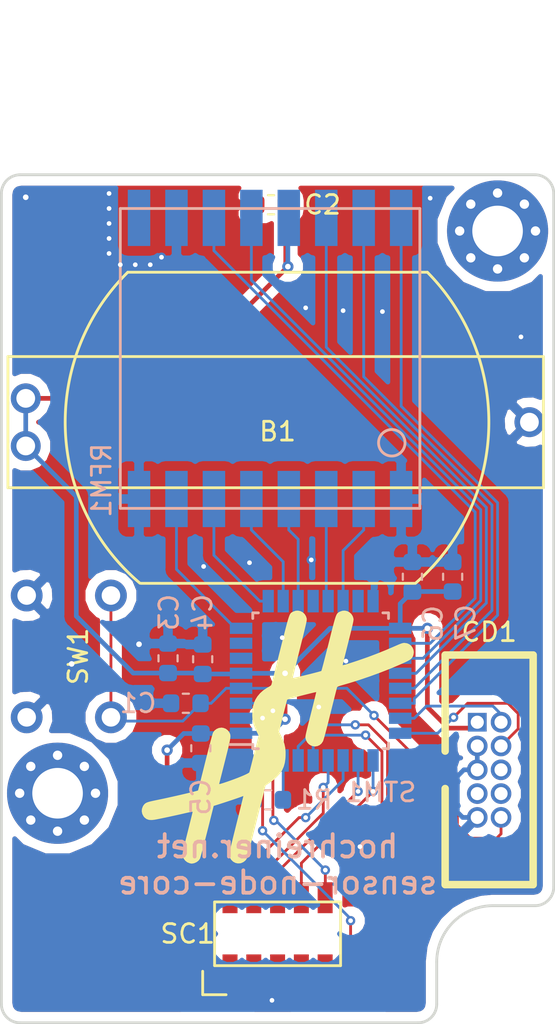
<source format=kicad_pcb>
(kicad_pcb (version 20171130) (host pcbnew 5.0.0)

  (general
    (thickness 1.6)
    (drawings 13)
    (tracks 230)
    (zones 0)
    (modules 18)
    (nets 26)
  )

  (page A4)
  (layers
    (0 F.Cu signal)
    (31 B.Cu signal)
    (32 B.Adhes user)
    (33 F.Adhes user)
    (34 B.Paste user)
    (35 F.Paste user)
    (36 B.SilkS user)
    (37 F.SilkS user)
    (38 B.Mask user)
    (39 F.Mask user)
    (40 Dwgs.User user)
    (41 Cmts.User user)
    (42 Eco1.User user)
    (43 Eco2.User user)
    (44 Edge.Cuts user)
    (45 Margin user)
    (46 B.CrtYd user)
    (47 F.CrtYd user)
    (48 B.Fab user hide)
    (49 F.Fab user hide)
  )

  (setup
    (last_trace_width 0.15)
    (trace_clearance 0.1)
    (zone_clearance 0.508)
    (zone_45_only no)
    (trace_min 0.1)
    (segment_width 0.2)
    (edge_width 0.15)
    (via_size 0.5)
    (via_drill 0.25)
    (via_min_size 0.45)
    (via_min_drill 0.2)
    (uvia_size 0.3)
    (uvia_drill 0.1)
    (uvias_allowed no)
    (uvia_min_size 0.2)
    (uvia_min_drill 0.1)
    (pcb_text_width 0.3)
    (pcb_text_size 1.5 1.5)
    (mod_edge_width 0.15)
    (mod_text_size 1 1)
    (mod_text_width 0.15)
    (pad_size 1.524 1.524)
    (pad_drill 0.762)
    (pad_to_mask_clearance 0.2)
    (aux_axis_origin 0 0)
    (visible_elements FFFFFF7F)
    (pcbplotparams
      (layerselection 0x010fc_ffffffff)
      (usegerberextensions false)
      (usegerberattributes false)
      (usegerberadvancedattributes false)
      (creategerberjobfile false)
      (excludeedgelayer true)
      (linewidth 0.100000)
      (plotframeref false)
      (viasonmask false)
      (mode 1)
      (useauxorigin false)
      (hpglpennumber 1)
      (hpglpenspeed 20)
      (hpglpendiameter 15.000000)
      (psnegative false)
      (psa4output false)
      (plotreference true)
      (plotvalue true)
      (plotinvisibletext false)
      (padsonsilk false)
      (subtractmaskfromsilk false)
      (outputformat 1)
      (mirror false)
      (drillshape 1)
      (scaleselection 1)
      (outputdirectory ""))
  )

  (net 0 "")
  (net 1 GND)
  (net 2 /3V3)
  (net 3 /SWD_IO)
  (net 4 /SWD_CLK)
  (net 5 "Net-(R1-Pad1)")
  (net 6 /RFM_SPI_MISO)
  (net 7 /RFM_SPI_MOSI)
  (net 8 /RFM_SPI_CLK)
  (net 9 /~RFM_SPI_CS)
  (net 10 /RFM_RESET)
  (net 11 /RFM_DIO5)
  (net 12 /RFM_DIO3)
  (net 13 /RFM_DIO4)
  (net 14 /RFM_DIO0)
  (net 15 /RFM_DIO1)
  (net 16 /RFM_DIO2)
  (net 17 /SEN_I2C_SDA)
  (net 18 /SEN_I2C_SCL)
  (net 19 /~SWD_RST)
  (net 20 /SEN_GPIO_2)
  (net 21 /~SEN_SPI_CS)
  (net 22 /SEN_SPI_CLK)
  (net 23 /SEN_SPI_MOSI)
  (net 24 /SEN_SPI_MISO)
  (net 25 /SEN_GPIO_1)

  (net_class Default "This is the default net class."
    (clearance 0.1)
    (trace_width 0.15)
    (via_dia 0.5)
    (via_drill 0.25)
    (uvia_dia 0.3)
    (uvia_drill 0.1)
    (add_net /RFM_DIO0)
    (add_net /RFM_DIO1)
    (add_net /RFM_DIO2)
    (add_net /RFM_DIO3)
    (add_net /RFM_DIO4)
    (add_net /RFM_DIO5)
    (add_net /RFM_RESET)
    (add_net /RFM_SPI_CLK)
    (add_net /RFM_SPI_MISO)
    (add_net /RFM_SPI_MOSI)
    (add_net /SEN_GPIO_1)
    (add_net /SEN_GPIO_2)
    (add_net /SEN_I2C_SCL)
    (add_net /SEN_I2C_SDA)
    (add_net /SEN_SPI_CLK)
    (add_net /SEN_SPI_MISO)
    (add_net /SEN_SPI_MOSI)
    (add_net /SWD_CLK)
    (add_net /SWD_IO)
    (add_net /~RFM_SPI_CS)
    (add_net /~SEN_SPI_CS)
    (add_net /~SWD_RST)
    (add_net "Net-(R1-Pad1)")
  )

  (net_class Power ""
    (clearance 0.2)
    (trace_width 0.25)
    (via_dia 0.6)
    (via_drill 0.3)
    (uvia_dia 0.3)
    (uvia_drill 0.1)
    (add_net /3V3)
    (add_net GND)
  )

  (module "official stable:MountingHole_2.7mm_M2.5_Pad_Via" (layer F.Cu) (tedit 5C00FBE9) (tstamp 5C00FA4B)
    (at 138.25 115)
    (descr "Mounting Hole 2.7mm")
    (tags "mounting hole 2.7mm")
    (attr virtual)
    (fp_text reference REF** (at 0 -3.7) (layer F.SilkS) hide
      (effects (font (size 1 1) (thickness 0.15)))
    )
    (fp_text value MountingHole_2.7mm_M2.5_Pad_Via (at 0 3.7) (layer F.Fab)
      (effects (font (size 1 1) (thickness 0.15)))
    )
    (fp_circle (center 0 0) (end 2.95 0) (layer F.CrtYd) (width 0.05))
    (fp_circle (center 0 0) (end 2.7 0) (layer Cmts.User) (width 0.15))
    (fp_text user %R (at 0.3 0) (layer F.Fab)
      (effects (font (size 1 1) (thickness 0.15)))
    )
    (pad 1 thru_hole circle (at 1.431891 -1.431891) (size 0.8 0.8) (drill 0.5) (layers *.Cu *.Mask))
    (pad 1 thru_hole circle (at 0 -2.025) (size 0.8 0.8) (drill 0.5) (layers *.Cu *.Mask))
    (pad 1 thru_hole circle (at -1.431891 -1.431891) (size 0.8 0.8) (drill 0.5) (layers *.Cu *.Mask))
    (pad 1 thru_hole circle (at -2.025 0) (size 0.8 0.8) (drill 0.5) (layers *.Cu *.Mask))
    (pad 1 thru_hole circle (at -1.431891 1.431891) (size 0.8 0.8) (drill 0.5) (layers *.Cu *.Mask))
    (pad 1 thru_hole circle (at 0 2.025) (size 0.8 0.8) (drill 0.5) (layers *.Cu *.Mask))
    (pad 1 thru_hole circle (at 1.431891 1.431891) (size 0.8 0.8) (drill 0.5) (layers *.Cu *.Mask))
    (pad 1 thru_hole circle (at 2.025 0) (size 0.8 0.8) (drill 0.5) (layers *.Cu *.Mask))
    (pad 1 thru_hole circle (at 0 0) (size 5.4 5.4) (drill 2.7) (layers *.Cu *.Mask))
  )

  (module sensor-node-core:BU2032-1-G (layer F.Cu) (tedit 5C000105) (tstamp 5C004D48)
    (at 150 95.2)
    (path /5C007176)
    (fp_text reference B1 (at 0 0.5) (layer F.SilkS)
      (effects (font (size 1 1) (thickness 0.15)))
    )
    (fp_text value BU2032-1-G (at 0 -0.5) (layer F.Fab)
      (effects (font (size 1 1) (thickness 0.15)))
    )
    (fp_line (start -14.4 -3.5) (end 14.2 -3.5) (layer F.SilkS) (width 0.15))
    (fp_line (start -14.4 3.5) (end 14.2 3.5) (layer F.SilkS) (width 0.15))
    (fp_line (start -14.4 -3.5) (end -14.4 3.5) (layer F.SilkS) (width 0.15))
    (fp_line (start 14.2 3.5) (end 14.2 -3.5) (layer F.SilkS) (width 0.15))
    (fp_arc (start -0.1 0) (end -7.999999 -7.999999) (angle -95.2) (layer F.SilkS) (width 0.15))
    (fp_arc (start -0.100001 -0.000001) (end 8 -8) (angle 93.7) (layer F.SilkS) (width 0.15))
    (fp_line (start -8 -8) (end 8 -8) (layer F.SilkS) (width 0.15))
    (fp_line (start -7.3 8.6) (end 7.3 8.6) (layer F.SilkS) (width 0.15))
    (fp_circle (center -0.1 0) (end 9.9 -0.1) (layer F.CrtYd) (width 0.15))
    (pad 2 thru_hole circle (at 13.45 0) (size 1.6 1.6) (drill 1) (layers *.Cu *.Mask)
      (net 1 GND))
    (pad 1 thru_hole circle (at -13.45 -1.27) (size 1.6 1.6) (drill 1) (layers *.Cu *.Mask)
      (net 2 /3V3))
    (pad 1 thru_hole circle (at -13.45 1.27) (size 1.6 1.6) (drill 1) (layers *.Cu *.Mask)
      (net 2 /3V3))
    (model ../../freecad/BU2032-1-G.step
      (at (xyz 0 0 0))
      (scale (xyz 1 1 1))
      (rotate (xyz 0 0 0))
    )
  )

  (module "official stable:C_0603_1608Metric" (layer B.Cu) (tedit 5B301BBE) (tstamp 5C0105D8)
    (at 145.1 110.2 180)
    (descr "Capacitor SMD 0603 (1608 Metric), square (rectangular) end terminal, IPC_7351 nominal, (Body size source: http://www.tortai-tech.com/upload/download/2011102023233369053.pdf), generated with kicad-footprint-generator")
    (tags capacitor)
    (path /5C02F66C)
    (attr smd)
    (fp_text reference C1 (at 2.55 0 180) (layer B.SilkS)
      (effects (font (size 1 1) (thickness 0.15)) (justify mirror))
    )
    (fp_text value 0.1µF (at 0 -1.43 180) (layer B.Fab)
      (effects (font (size 1 1) (thickness 0.15)) (justify mirror))
    )
    (fp_line (start -0.8 -0.4) (end -0.8 0.4) (layer B.Fab) (width 0.1))
    (fp_line (start -0.8 0.4) (end 0.8 0.4) (layer B.Fab) (width 0.1))
    (fp_line (start 0.8 0.4) (end 0.8 -0.4) (layer B.Fab) (width 0.1))
    (fp_line (start 0.8 -0.4) (end -0.8 -0.4) (layer B.Fab) (width 0.1))
    (fp_line (start -0.162779 0.51) (end 0.162779 0.51) (layer B.SilkS) (width 0.12))
    (fp_line (start -0.162779 -0.51) (end 0.162779 -0.51) (layer B.SilkS) (width 0.12))
    (fp_line (start -1.48 -0.73) (end -1.48 0.73) (layer B.CrtYd) (width 0.05))
    (fp_line (start -1.48 0.73) (end 1.48 0.73) (layer B.CrtYd) (width 0.05))
    (fp_line (start 1.48 0.73) (end 1.48 -0.73) (layer B.CrtYd) (width 0.05))
    (fp_line (start 1.48 -0.73) (end -1.48 -0.73) (layer B.CrtYd) (width 0.05))
    (fp_text user %R (at 0 0 180) (layer B.Fab)
      (effects (font (size 0.4 0.4) (thickness 0.06)) (justify mirror))
    )
    (pad 1 smd roundrect (at -0.7875 0 180) (size 0.875 0.95) (layers B.Cu B.Paste B.Mask) (roundrect_rratio 0.25)
      (net 19 /~SWD_RST))
    (pad 2 smd roundrect (at 0.7875 0 180) (size 0.875 0.95) (layers B.Cu B.Paste B.Mask) (roundrect_rratio 0.25)
      (net 1 GND))
    (model ${KISYS3DMOD}/Capacitor_SMD.3dshapes/C_0603_1608Metric.wrl
      (at (xyz 0 0 0))
      (scale (xyz 1 1 1))
      (rotate (xyz 0 0 0))
    )
  )

  (module "official stable:C_0603_1608Metric" (layer F.Cu) (tedit 5B301BBE) (tstamp 5C00FD58)
    (at 149.65 83.6 180)
    (descr "Capacitor SMD 0603 (1608 Metric), square (rectangular) end terminal, IPC_7351 nominal, (Body size source: http://www.tortai-tech.com/upload/download/2011102023233369053.pdf), generated with kicad-footprint-generator")
    (tags capacitor)
    (path /5C013446)
    (attr smd)
    (fp_text reference C2 (at -2.75 0 180) (layer F.SilkS)
      (effects (font (size 1 1) (thickness 0.15)))
    )
    (fp_text value 0.1µF (at 0 1.43 180) (layer F.Fab)
      (effects (font (size 1 1) (thickness 0.15)))
    )
    (fp_text user %R (at 0 0 180) (layer F.Fab)
      (effects (font (size 0.4 0.4) (thickness 0.06)))
    )
    (fp_line (start 1.48 0.73) (end -1.48 0.73) (layer F.CrtYd) (width 0.05))
    (fp_line (start 1.48 -0.73) (end 1.48 0.73) (layer F.CrtYd) (width 0.05))
    (fp_line (start -1.48 -0.73) (end 1.48 -0.73) (layer F.CrtYd) (width 0.05))
    (fp_line (start -1.48 0.73) (end -1.48 -0.73) (layer F.CrtYd) (width 0.05))
    (fp_line (start -0.162779 0.51) (end 0.162779 0.51) (layer F.SilkS) (width 0.12))
    (fp_line (start -0.162779 -0.51) (end 0.162779 -0.51) (layer F.SilkS) (width 0.12))
    (fp_line (start 0.8 0.4) (end -0.8 0.4) (layer F.Fab) (width 0.1))
    (fp_line (start 0.8 -0.4) (end 0.8 0.4) (layer F.Fab) (width 0.1))
    (fp_line (start -0.8 -0.4) (end 0.8 -0.4) (layer F.Fab) (width 0.1))
    (fp_line (start -0.8 0.4) (end -0.8 -0.4) (layer F.Fab) (width 0.1))
    (pad 2 smd roundrect (at 0.7875 0 180) (size 0.875 0.95) (layers F.Cu F.Paste F.Mask) (roundrect_rratio 0.25)
      (net 1 GND))
    (pad 1 smd roundrect (at -0.7875 0 180) (size 0.875 0.95) (layers F.Cu F.Paste F.Mask) (roundrect_rratio 0.25)
      (net 2 /3V3))
    (model ${KISYS3DMOD}/Capacitor_SMD.3dshapes/C_0603_1608Metric.wrl
      (at (xyz 0 0 0))
      (scale (xyz 1 1 1))
      (rotate (xyz 0 0 0))
    )
  )

  (module "official stable:C_0603_1608Metric" (layer B.Cu) (tedit 5B301BBE) (tstamp 5C010578)
    (at 144.15 107.8 90)
    (descr "Capacitor SMD 0603 (1608 Metric), square (rectangular) end terminal, IPC_7351 nominal, (Body size source: http://www.tortai-tech.com/upload/download/2011102023233369053.pdf), generated with kicad-footprint-generator")
    (tags capacitor)
    (path /5C027E4E)
    (attr smd)
    (fp_text reference C3 (at 2.45 0.05 90) (layer B.SilkS)
      (effects (font (size 1 1) (thickness 0.15)) (justify mirror))
    )
    (fp_text value 1µF (at 0 -1.43 90) (layer B.Fab)
      (effects (font (size 1 1) (thickness 0.15)) (justify mirror))
    )
    (fp_text user %R (at 0 0 90) (layer B.Fab)
      (effects (font (size 0.4 0.4) (thickness 0.06)) (justify mirror))
    )
    (fp_line (start 1.48 -0.73) (end -1.48 -0.73) (layer B.CrtYd) (width 0.05))
    (fp_line (start 1.48 0.73) (end 1.48 -0.73) (layer B.CrtYd) (width 0.05))
    (fp_line (start -1.48 0.73) (end 1.48 0.73) (layer B.CrtYd) (width 0.05))
    (fp_line (start -1.48 -0.73) (end -1.48 0.73) (layer B.CrtYd) (width 0.05))
    (fp_line (start -0.162779 -0.51) (end 0.162779 -0.51) (layer B.SilkS) (width 0.12))
    (fp_line (start -0.162779 0.51) (end 0.162779 0.51) (layer B.SilkS) (width 0.12))
    (fp_line (start 0.8 -0.4) (end -0.8 -0.4) (layer B.Fab) (width 0.1))
    (fp_line (start 0.8 0.4) (end 0.8 -0.4) (layer B.Fab) (width 0.1))
    (fp_line (start -0.8 0.4) (end 0.8 0.4) (layer B.Fab) (width 0.1))
    (fp_line (start -0.8 -0.4) (end -0.8 0.4) (layer B.Fab) (width 0.1))
    (pad 2 smd roundrect (at 0.7875 0 90) (size 0.875 0.95) (layers B.Cu B.Paste B.Mask) (roundrect_rratio 0.25)
      (net 1 GND))
    (pad 1 smd roundrect (at -0.7875 0 90) (size 0.875 0.95) (layers B.Cu B.Paste B.Mask) (roundrect_rratio 0.25)
      (net 2 /3V3))
    (model ${KISYS3DMOD}/Capacitor_SMD.3dshapes/C_0603_1608Metric.wrl
      (at (xyz 0 0 0))
      (scale (xyz 1 1 1))
      (rotate (xyz 0 0 0))
    )
  )

  (module "official stable:C_0603_1608Metric" (layer B.Cu) (tedit 5B301BBE) (tstamp 5C010548)
    (at 146 107.85 90)
    (descr "Capacitor SMD 0603 (1608 Metric), square (rectangular) end terminal, IPC_7351 nominal, (Body size source: http://www.tortai-tech.com/upload/download/2011102023233369053.pdf), generated with kicad-footprint-generator")
    (tags capacitor)
    (path /5C027DEA)
    (attr smd)
    (fp_text reference C4 (at 2.5 0 90) (layer B.SilkS)
      (effects (font (size 1 1) (thickness 0.15)) (justify mirror))
    )
    (fp_text value 0.1µF (at 0 -1.43 90) (layer B.Fab)
      (effects (font (size 1 1) (thickness 0.15)) (justify mirror))
    )
    (fp_line (start -0.8 -0.4) (end -0.8 0.4) (layer B.Fab) (width 0.1))
    (fp_line (start -0.8 0.4) (end 0.8 0.4) (layer B.Fab) (width 0.1))
    (fp_line (start 0.8 0.4) (end 0.8 -0.4) (layer B.Fab) (width 0.1))
    (fp_line (start 0.8 -0.4) (end -0.8 -0.4) (layer B.Fab) (width 0.1))
    (fp_line (start -0.162779 0.51) (end 0.162779 0.51) (layer B.SilkS) (width 0.12))
    (fp_line (start -0.162779 -0.51) (end 0.162779 -0.51) (layer B.SilkS) (width 0.12))
    (fp_line (start -1.48 -0.73) (end -1.48 0.73) (layer B.CrtYd) (width 0.05))
    (fp_line (start -1.48 0.73) (end 1.48 0.73) (layer B.CrtYd) (width 0.05))
    (fp_line (start 1.48 0.73) (end 1.48 -0.73) (layer B.CrtYd) (width 0.05))
    (fp_line (start 1.48 -0.73) (end -1.48 -0.73) (layer B.CrtYd) (width 0.05))
    (fp_text user %R (at 0 0 90) (layer B.Fab)
      (effects (font (size 0.4 0.4) (thickness 0.06)) (justify mirror))
    )
    (pad 1 smd roundrect (at -0.7875 0 90) (size 0.875 0.95) (layers B.Cu B.Paste B.Mask) (roundrect_rratio 0.25)
      (net 2 /3V3))
    (pad 2 smd roundrect (at 0.7875 0 90) (size 0.875 0.95) (layers B.Cu B.Paste B.Mask) (roundrect_rratio 0.25)
      (net 1 GND))
    (model ${KISYS3DMOD}/Capacitor_SMD.3dshapes/C_0603_1608Metric.wrl
      (at (xyz 0 0 0))
      (scale (xyz 1 1 1))
      (rotate (xyz 0 0 0))
    )
  )

  (module "official stable:C_0603_1608Metric" (layer B.Cu) (tedit 5B301BBE) (tstamp 5C010518)
    (at 145.9 112.6 90)
    (descr "Capacitor SMD 0603 (1608 Metric), square (rectangular) end terminal, IPC_7351 nominal, (Body size source: http://www.tortai-tech.com/upload/download/2011102023233369053.pdf), generated with kicad-footprint-generator")
    (tags capacitor)
    (path /5C018CD5)
    (attr smd)
    (fp_text reference C5 (at -2.6 0 90) (layer B.SilkS)
      (effects (font (size 1 1) (thickness 0.15)) (justify mirror))
    )
    (fp_text value 0.1µF (at 0 -1.43 90) (layer B.Fab)
      (effects (font (size 1 1) (thickness 0.15)) (justify mirror))
    )
    (fp_text user %R (at 0 0 90) (layer B.Fab)
      (effects (font (size 0.4 0.4) (thickness 0.06)) (justify mirror))
    )
    (fp_line (start 1.48 -0.73) (end -1.48 -0.73) (layer B.CrtYd) (width 0.05))
    (fp_line (start 1.48 0.73) (end 1.48 -0.73) (layer B.CrtYd) (width 0.05))
    (fp_line (start -1.48 0.73) (end 1.48 0.73) (layer B.CrtYd) (width 0.05))
    (fp_line (start -1.48 -0.73) (end -1.48 0.73) (layer B.CrtYd) (width 0.05))
    (fp_line (start -0.162779 -0.51) (end 0.162779 -0.51) (layer B.SilkS) (width 0.12))
    (fp_line (start -0.162779 0.51) (end 0.162779 0.51) (layer B.SilkS) (width 0.12))
    (fp_line (start 0.8 -0.4) (end -0.8 -0.4) (layer B.Fab) (width 0.1))
    (fp_line (start 0.8 0.4) (end 0.8 -0.4) (layer B.Fab) (width 0.1))
    (fp_line (start -0.8 0.4) (end 0.8 0.4) (layer B.Fab) (width 0.1))
    (fp_line (start -0.8 -0.4) (end -0.8 0.4) (layer B.Fab) (width 0.1))
    (pad 2 smd roundrect (at 0.7875 0 90) (size 0.875 0.95) (layers B.Cu B.Paste B.Mask) (roundrect_rratio 0.25)
      (net 2 /3V3))
    (pad 1 smd roundrect (at -0.7875 0 90) (size 0.875 0.95) (layers B.Cu B.Paste B.Mask) (roundrect_rratio 0.25)
      (net 1 GND))
    (model ${KISYS3DMOD}/Capacitor_SMD.3dshapes/C_0603_1608Metric.wrl
      (at (xyz 0 0 0))
      (scale (xyz 1 1 1))
      (rotate (xyz 0 0 0))
    )
  )

  (module "official stable:C_0603_1608Metric" (layer B.Cu) (tedit 5B301BBE) (tstamp 5C0105A8)
    (at 157.2 103.45 90)
    (descr "Capacitor SMD 0603 (1608 Metric), square (rectangular) end terminal, IPC_7351 nominal, (Body size source: http://www.tortai-tech.com/upload/download/2011102023233369053.pdf), generated with kicad-footprint-generator")
    (tags capacitor)
    (path /5C01C78B)
    (attr smd)
    (fp_text reference C6 (at -2.5 1.1 90) (layer B.SilkS)
      (effects (font (size 1 1) (thickness 0.15)) (justify mirror))
    )
    (fp_text value 0.1µF (at 0 -1.43 90) (layer B.Fab)
      (effects (font (size 1 1) (thickness 0.15)) (justify mirror))
    )
    (fp_line (start -0.8 -0.4) (end -0.8 0.4) (layer B.Fab) (width 0.1))
    (fp_line (start -0.8 0.4) (end 0.8 0.4) (layer B.Fab) (width 0.1))
    (fp_line (start 0.8 0.4) (end 0.8 -0.4) (layer B.Fab) (width 0.1))
    (fp_line (start 0.8 -0.4) (end -0.8 -0.4) (layer B.Fab) (width 0.1))
    (fp_line (start -0.162779 0.51) (end 0.162779 0.51) (layer B.SilkS) (width 0.12))
    (fp_line (start -0.162779 -0.51) (end 0.162779 -0.51) (layer B.SilkS) (width 0.12))
    (fp_line (start -1.48 -0.73) (end -1.48 0.73) (layer B.CrtYd) (width 0.05))
    (fp_line (start -1.48 0.73) (end 1.48 0.73) (layer B.CrtYd) (width 0.05))
    (fp_line (start 1.48 0.73) (end 1.48 -0.73) (layer B.CrtYd) (width 0.05))
    (fp_line (start 1.48 -0.73) (end -1.48 -0.73) (layer B.CrtYd) (width 0.05))
    (fp_text user %R (at 0 0 90) (layer B.Fab)
      (effects (font (size 0.4 0.4) (thickness 0.06)) (justify mirror))
    )
    (pad 1 smd roundrect (at -0.7875 0 90) (size 0.875 0.95) (layers B.Cu B.Paste B.Mask) (roundrect_rratio 0.25)
      (net 2 /3V3))
    (pad 2 smd roundrect (at 0.7875 0 90) (size 0.875 0.95) (layers B.Cu B.Paste B.Mask) (roundrect_rratio 0.25)
      (net 1 GND))
    (model ${KISYS3DMOD}/Capacitor_SMD.3dshapes/C_0603_1608Metric.wrl
      (at (xyz 0 0 0))
      (scale (xyz 1 1 1))
      (rotate (xyz 0 0 0))
    )
  )

  (module "official stable:C_0603_1608Metric" (layer B.Cu) (tedit 5B301BBE) (tstamp 5C0104E8)
    (at 159.35 103.45 90)
    (descr "Capacitor SMD 0603 (1608 Metric), square (rectangular) end terminal, IPC_7351 nominal, (Body size source: http://www.tortai-tech.com/upload/download/2011102023233369053.pdf), generated with kicad-footprint-generator")
    (tags capacitor)
    (path /5C01C7DF)
    (attr smd)
    (fp_text reference C7 (at -2.45 0.7 90) (layer B.SilkS)
      (effects (font (size 1 1) (thickness 0.15)) (justify mirror))
    )
    (fp_text value 10µF (at 0 -1.43 90) (layer B.Fab)
      (effects (font (size 1 1) (thickness 0.15)) (justify mirror))
    )
    (fp_text user %R (at 0 0 90) (layer B.Fab)
      (effects (font (size 0.4 0.4) (thickness 0.06)) (justify mirror))
    )
    (fp_line (start 1.48 -0.73) (end -1.48 -0.73) (layer B.CrtYd) (width 0.05))
    (fp_line (start 1.48 0.73) (end 1.48 -0.73) (layer B.CrtYd) (width 0.05))
    (fp_line (start -1.48 0.73) (end 1.48 0.73) (layer B.CrtYd) (width 0.05))
    (fp_line (start -1.48 -0.73) (end -1.48 0.73) (layer B.CrtYd) (width 0.05))
    (fp_line (start -0.162779 -0.51) (end 0.162779 -0.51) (layer B.SilkS) (width 0.12))
    (fp_line (start -0.162779 0.51) (end 0.162779 0.51) (layer B.SilkS) (width 0.12))
    (fp_line (start 0.8 -0.4) (end -0.8 -0.4) (layer B.Fab) (width 0.1))
    (fp_line (start 0.8 0.4) (end 0.8 -0.4) (layer B.Fab) (width 0.1))
    (fp_line (start -0.8 0.4) (end 0.8 0.4) (layer B.Fab) (width 0.1))
    (fp_line (start -0.8 -0.4) (end -0.8 0.4) (layer B.Fab) (width 0.1))
    (pad 2 smd roundrect (at 0.7875 0 90) (size 0.875 0.95) (layers B.Cu B.Paste B.Mask) (roundrect_rratio 0.25)
      (net 1 GND))
    (pad 1 smd roundrect (at -0.7875 0 90) (size 0.875 0.95) (layers B.Cu B.Paste B.Mask) (roundrect_rratio 0.25)
      (net 2 /3V3))
    (model ${KISYS3DMOD}/Capacitor_SMD.3dshapes/C_0603_1608Metric.wrl
      (at (xyz 0 0 0))
      (scale (xyz 1 1 1))
      (rotate (xyz 0 0 0))
    )
  )

  (module sensor-node-core:CORTEX-DEBUG (layer F.Cu) (tedit 59CBF789) (tstamp 5C00FBE0)
    (at 161.3 113.75)
    (path /5C0071D0)
    (fp_text reference CD1 (at 0 -7.35) (layer F.SilkS)
      (effects (font (size 1 1) (thickness 0.15)))
    )
    (fp_text value CORTEX-DEBUG (at 0 0 90) (layer F.Fab)
      (effects (font (size 1 1) (thickness 0.15)))
    )
    (fp_line (start -2.35 -6.125) (end 2.35 -6.125) (layer F.SilkS) (width 0.4))
    (fp_line (start -2.35 6.125) (end 2.35 6.125) (layer F.SilkS) (width 0.4))
    (fp_line (start -2.35 -6.125) (end -2.35 -1) (layer F.SilkS) (width 0.4))
    (fp_line (start 2.35 -6.125) (end 2.35 6.125) (layer F.SilkS) (width 0.4))
    (fp_line (start -2.35 1) (end -2.35 6.125) (layer F.SilkS) (width 0.4))
    (pad 1 thru_hole rect (at -0.635 -2.54) (size 1 1) (drill 0.7) (layers *.Cu *.Mask)
      (net 2 /3V3))
    (pad 2 thru_hole circle (at 0.635 -2.54) (size 1.1 1.1) (drill 0.7) (layers *.Cu *.Mask)
      (net 3 /SWD_IO))
    (pad 3 thru_hole circle (at -0.635 -1.27) (size 1.1 1.1) (drill 0.7) (layers *.Cu *.Mask)
      (net 1 GND))
    (pad 4 thru_hole circle (at 0.635 -1.27) (size 1.1 1.1) (drill 0.7) (layers *.Cu *.Mask)
      (net 4 /SWD_CLK))
    (pad 5 thru_hole circle (at -0.635 0) (size 1.1 1.1) (drill 0.7) (layers *.Cu *.Mask)
      (net 1 GND))
    (pad 6 thru_hole circle (at 0.635 0) (size 1.1 1.1) (drill 0.7) (layers *.Cu *.Mask))
    (pad 7 thru_hole circle (at -0.635 1.27) (size 1.1 1.1) (drill 0.7) (layers *.Cu *.Mask))
    (pad 8 thru_hole circle (at 0.635 1.27) (size 1.1 1.1) (drill 0.7) (layers *.Cu *.Mask))
    (pad 9 thru_hole circle (at -0.635 2.54) (size 1.1 1.1) (drill 0.7) (layers *.Cu *.Mask)
      (net 1 GND))
    (pad 10 thru_hole circle (at 0.635 2.54) (size 1.1 1.1) (drill 0.7) (layers *.Cu *.Mask)
      (net 19 /~SWD_RST))
    (model /home/hannes/Repository/ismGateway/kicad/models/3220-10-0100.wrl
      (at (xyz 0 0 0))
      (scale (xyz 0.4 0.4 0.4))
      (rotate (xyz -90 0 90))
    )
  )

  (module "official stable:C_0603_1608Metric" (layer B.Cu) (tedit 5B301BBE) (tstamp 5C010608)
    (at 149.5 115.35 180)
    (descr "Capacitor SMD 0603 (1608 Metric), square (rectangular) end terminal, IPC_7351 nominal, (Body size source: http://www.tortai-tech.com/upload/download/2011102023233369053.pdf), generated with kicad-footprint-generator")
    (tags capacitor)
    (path /5C014BF1)
    (attr smd)
    (fp_text reference R1 (at -2.45 0 180) (layer B.SilkS)
      (effects (font (size 1 1) (thickness 0.15)) (justify mirror))
    )
    (fp_text value 10k (at 0 -1.43 180) (layer B.Fab)
      (effects (font (size 1 1) (thickness 0.15)) (justify mirror))
    )
    (fp_line (start -0.8 -0.4) (end -0.8 0.4) (layer B.Fab) (width 0.1))
    (fp_line (start -0.8 0.4) (end 0.8 0.4) (layer B.Fab) (width 0.1))
    (fp_line (start 0.8 0.4) (end 0.8 -0.4) (layer B.Fab) (width 0.1))
    (fp_line (start 0.8 -0.4) (end -0.8 -0.4) (layer B.Fab) (width 0.1))
    (fp_line (start -0.162779 0.51) (end 0.162779 0.51) (layer B.SilkS) (width 0.12))
    (fp_line (start -0.162779 -0.51) (end 0.162779 -0.51) (layer B.SilkS) (width 0.12))
    (fp_line (start -1.48 -0.73) (end -1.48 0.73) (layer B.CrtYd) (width 0.05))
    (fp_line (start -1.48 0.73) (end 1.48 0.73) (layer B.CrtYd) (width 0.05))
    (fp_line (start 1.48 0.73) (end 1.48 -0.73) (layer B.CrtYd) (width 0.05))
    (fp_line (start 1.48 -0.73) (end -1.48 -0.73) (layer B.CrtYd) (width 0.05))
    (fp_text user %R (at 0 0 180) (layer B.Fab)
      (effects (font (size 0.4 0.4) (thickness 0.06)) (justify mirror))
    )
    (pad 1 smd roundrect (at -0.7875 0 180) (size 0.875 0.95) (layers B.Cu B.Paste B.Mask) (roundrect_rratio 0.25)
      (net 5 "Net-(R1-Pad1)"))
    (pad 2 smd roundrect (at 0.7875 0 180) (size 0.875 0.95) (layers B.Cu B.Paste B.Mask) (roundrect_rratio 0.25)
      (net 1 GND))
    (model ${KISYS3DMOD}/Capacitor_SMD.3dshapes/C_0603_1608Metric.wrl
      (at (xyz 0 0 0))
      (scale (xyz 1 1 1))
      (rotate (xyz 0 0 0))
    )
  )

  (module sensor-node-core:RFM98 (layer B.Cu) (tedit 5C0035DA) (tstamp 5C010D7B)
    (at 149.6 91.8 90)
    (path /5C007237)
    (fp_text reference RFM1 (at -6.5011 -9 90) (layer B.SilkS)
      (effects (font (size 1 1) (thickness 0.15)) (justify mirror))
    )
    (fp_text value RFM98 (at 0 0 90) (layer B.Fab)
      (effects (font (size 1 1) (thickness 0.15)) (justify mirror))
    )
    (fp_line (start -8 8) (end 8 8) (layer B.SilkS) (width 0.15))
    (fp_line (start 8 8) (end 8 -8) (layer B.SilkS) (width 0.15))
    (fp_line (start -8 8) (end -8 -8) (layer B.SilkS) (width 0.15))
    (fp_line (start 8 -8) (end -8 -8) (layer B.SilkS) (width 0.15))
    (fp_circle (center -4.5 6.5) (end -4 6) (layer B.SilkS) (width 0.15))
    (pad 1 smd rect (at -7.5 7 90) (size 3 1.2) (layers B.Cu B.Paste B.Mask)
      (net 1 GND))
    (pad 2 smd rect (at -7.5 5 90) (size 3 1.2) (layers B.Cu B.Paste B.Mask)
      (net 6 /RFM_SPI_MISO))
    (pad 3 smd rect (at -7.5 3 90) (size 3 1.2) (layers B.Cu B.Paste B.Mask)
      (net 7 /RFM_SPI_MOSI))
    (pad 4 smd rect (at -7.5 1 90) (size 3 1.2) (layers B.Cu B.Paste B.Mask)
      (net 8 /RFM_SPI_CLK))
    (pad 5 smd rect (at -7.5 -1 90) (size 3 1.2) (layers B.Cu B.Paste B.Mask)
      (net 9 /~RFM_SPI_CS))
    (pad 6 smd rect (at -7.5 -3 90) (size 3 1.2) (layers B.Cu B.Paste B.Mask)
      (net 10 /RFM_RESET))
    (pad 7 smd rect (at -7.5 -5 90) (size 3 1.2) (layers B.Cu B.Paste B.Mask)
      (net 11 /RFM_DIO5))
    (pad 8 smd rect (at -7.5 -7 90) (size 3 1.2) (layers B.Cu B.Paste B.Mask)
      (net 1 GND))
    (pad 9 smd rect (at 9 -7 90) (size 3 1.2) (drill (offset -1.5 0)) (layers B.Cu B.Paste B.Mask))
    (pad 10 smd rect (at 7.5 -5 90) (size 3 1.2) (layers B.Cu B.Paste B.Mask)
      (net 1 GND))
    (pad 11 smd rect (at 7.5 -3 90) (size 3 1.2) (layers B.Cu B.Paste B.Mask)
      (net 12 /RFM_DIO3))
    (pad 12 smd rect (at 7.5 -1 90) (size 3 1.2) (layers B.Cu B.Paste B.Mask)
      (net 13 /RFM_DIO4))
    (pad 13 smd rect (at 7.5 1 90) (size 3 1.2) (layers B.Cu B.Paste B.Mask)
      (net 2 /3V3))
    (pad 14 smd rect (at 7.5 3 90) (size 3 1.2) (layers B.Cu B.Paste B.Mask)
      (net 14 /RFM_DIO0))
    (pad 15 smd rect (at 7.5 5 90) (size 3 1.2) (layers B.Cu B.Paste B.Mask)
      (net 15 /RFM_DIO1))
    (pad 16 smd rect (at 7.5 7 90) (size 3 1.2) (layers B.Cu B.Paste B.Mask)
      (net 16 /RFM_DIO2))
    (model ../../freecad/RFM98.step
      (at (xyz 0 0 0))
      (scale (xyz 1 1 1))
      (rotate (xyz 0 0 0))
    )
  )

  (module sensor-node-core:M50-3150542R (layer F.Cu) (tedit 5C002BC6) (tstamp 5C011E80)
    (at 150 122.5)
    (path /5C007324)
    (fp_text reference SC1 (at -4.8 0) (layer F.SilkS)
      (effects (font (size 1 1) (thickness 0.15)))
    )
    (fp_text value Sensor-Connector (at 0.25 0) (layer F.Fab)
      (effects (font (size 1 1) (thickness 0.15)))
    )
    (fp_line (start -3.365 -1.7) (end 3.365 -1.7) (layer F.SilkS) (width 0.15))
    (fp_line (start -3.365 1.7) (end 3.365 1.7) (layer F.SilkS) (width 0.15))
    (fp_line (start -3.365 -1.7) (end -3.365 1.7) (layer F.SilkS) (width 0.15))
    (fp_line (start 3.365 -1.7) (end 3.365 1.7) (layer F.SilkS) (width 0.15))
    (fp_line (start -4 2) (end -4 3.25) (layer F.SilkS) (width 0.15))
    (fp_line (start -4 3.25) (end -2.75 3.25) (layer F.SilkS) (width 0.15))
    (pad 10 smd rect (at 2.54 -1.925) (size 0.8 1.65) (layers F.Cu F.Paste F.Mask)
      (net 20 /SEN_GPIO_2))
    (pad 8 smd rect (at 1.27 -1.925) (size 0.8 1.65) (layers F.Cu F.Paste F.Mask)
      (net 21 /~SEN_SPI_CS))
    (pad 6 smd rect (at 0 -1.925) (size 0.8 1.65) (layers F.Cu F.Paste F.Mask)
      (net 22 /SEN_SPI_CLK))
    (pad "" np_thru_hole circle (at 2.54 0.635) (size 0.71 0.71) (drill 0.71) (layers *.Cu *.Mask))
    (pad "" np_thru_hole circle (at 2.54 -0.635) (size 0.71 0.71) (drill 0.71) (layers *.Cu *.Mask))
    (pad "" np_thru_hole circle (at -2.54 0.635) (size 0.71 0.71) (drill 0.71) (layers *.Cu *.Mask))
    (pad "" np_thru_hole circle (at -2.54 -0.635) (size 0.71 0.71) (drill 0.71) (layers *.Cu *.Mask))
    (pad "" np_thru_hole circle (at -1.27 0.635) (size 0.71 0.71) (drill 0.71) (layers *.Cu *.Mask))
    (pad "" np_thru_hole circle (at -1.27 -0.635) (size 0.71 0.71) (drill 0.71) (layers *.Cu *.Mask))
    (pad "" np_thru_hole circle (at 1.27 0.635) (size 0.71 0.71) (drill 0.71) (layers *.Cu *.Mask))
    (pad "" np_thru_hole circle (at 1.27 -0.635) (size 0.71 0.71) (drill 0.71) (layers *.Cu *.Mask))
    (pad "" np_thru_hole circle (at 0 0.635) (size 0.71 0.71) (drill 0.71) (layers *.Cu *.Mask))
    (pad "" np_thru_hole circle (at 0 -0.635) (size 0.71 0.71) (drill 0.71) (layers *.Cu *.Mask))
    (pad "" np_thru_hole circle (at -1.905 0) (size 0.75 0.75) (drill 0.75) (layers *.Cu *.Mask))
    (pad "" np_thru_hole circle (at 1.905 0) (size 0.75 0.75) (drill 0.75) (layers *.Cu *.Mask))
    (pad 4 smd rect (at -1.27 -1.925) (size 0.8 1.65) (layers F.Cu F.Paste F.Mask)
      (net 23 /SEN_SPI_MOSI))
    (pad 2 smd rect (at -2.54 -1.925) (size 0.8 1.65) (layers F.Cu F.Paste F.Mask)
      (net 24 /SEN_SPI_MISO))
    (pad 5 smd rect (at 0 1.925) (size 0.8 1.65) (layers F.Cu F.Paste F.Mask)
      (net 17 /SEN_I2C_SDA))
    (pad 9 smd rect (at 2.54 1.925) (size 0.8 1.65) (layers F.Cu F.Paste F.Mask)
      (net 25 /SEN_GPIO_1))
    (pad 7 smd rect (at 1.27 1.925) (size 0.8 1.65) (layers F.Cu F.Paste F.Mask)
      (net 18 /SEN_I2C_SCL))
    (pad 1 smd rect (at -2.54 1.925) (size 0.8 1.65) (layers F.Cu F.Paste F.Mask)
      (net 1 GND))
    (pad 3 smd rect (at -1.27 1.925) (size 0.8 1.65) (layers F.Cu F.Paste F.Mask)
      (net 2 /3V3))
    (model ../../freecad/M50-3150542R.step
      (at (xyz 0 0 0))
      (scale (xyz 1 1 1))
      (rotate (xyz 0 0 0))
    )
  )

  (module "official stable:LQFP-32_7x7mm_P0.8mm" (layer B.Cu) (tedit 5A02F146) (tstamp 5C01065E)
    (at 152.3 109)
    (descr "LQFP32: plastic low profile quad flat package; 32 leads; body 7 x 7 x 1.4 mm (see NXP sot358-1_po.pdf and sot358-1_fr.pdf)")
    (tags "QFP 0.8")
    (path /5C0072B7)
    (attr smd)
    (fp_text reference STM1 (at 3.2 5.95) (layer B.SilkS)
      (effects (font (size 1 1) (thickness 0.15)) (justify mirror))
    )
    (fp_text value STM32L021K4T6 (at 0 -5.85) (layer B.Fab)
      (effects (font (size 1 1) (thickness 0.15)) (justify mirror))
    )
    (fp_line (start -3.625 3.4) (end -4.85 3.4) (layer B.SilkS) (width 0.15))
    (fp_line (start 3.625 3.625) (end 3.325 3.625) (layer B.SilkS) (width 0.15))
    (fp_line (start 3.625 -3.625) (end 3.325 -3.625) (layer B.SilkS) (width 0.15))
    (fp_line (start -3.625 -3.625) (end -3.325 -3.625) (layer B.SilkS) (width 0.15))
    (fp_line (start -3.625 3.625) (end -3.325 3.625) (layer B.SilkS) (width 0.15))
    (fp_line (start -3.625 -3.625) (end -3.625 -3.325) (layer B.SilkS) (width 0.15))
    (fp_line (start 3.625 -3.625) (end 3.625 -3.325) (layer B.SilkS) (width 0.15))
    (fp_line (start 3.625 3.625) (end 3.625 3.325) (layer B.SilkS) (width 0.15))
    (fp_line (start -3.625 3.625) (end -3.625 3.4) (layer B.SilkS) (width 0.15))
    (fp_line (start -5.1 -5.1) (end 5.1 -5.1) (layer B.CrtYd) (width 0.05))
    (fp_line (start -5.1 5.1) (end 5.1 5.1) (layer B.CrtYd) (width 0.05))
    (fp_line (start 5.1 5.1) (end 5.1 -5.1) (layer B.CrtYd) (width 0.05))
    (fp_line (start -5.1 5.1) (end -5.1 -5.1) (layer B.CrtYd) (width 0.05))
    (fp_line (start -3.5 2.5) (end -2.5 3.5) (layer B.Fab) (width 0.15))
    (fp_line (start -3.5 -3.5) (end -3.5 2.5) (layer B.Fab) (width 0.15))
    (fp_line (start 3.5 -3.5) (end -3.5 -3.5) (layer B.Fab) (width 0.15))
    (fp_line (start 3.5 3.5) (end 3.5 -3.5) (layer B.Fab) (width 0.15))
    (fp_line (start -2.5 3.5) (end 3.5 3.5) (layer B.Fab) (width 0.15))
    (fp_text user %R (at 0 0) (layer B.Fab)
      (effects (font (size 1 1) (thickness 0.15)) (justify mirror))
    )
    (pad 32 smd rect (at -2.8 4.25 270) (size 1.2 0.6) (layers B.Cu B.Paste B.Mask)
      (net 1 GND))
    (pad 31 smd rect (at -2 4.25 270) (size 1.2 0.6) (layers B.Cu B.Paste B.Mask)
      (net 5 "Net-(R1-Pad1)"))
    (pad 30 smd rect (at -1.2 4.25 270) (size 1.2 0.6) (layers B.Cu B.Paste B.Mask)
      (net 17 /SEN_I2C_SDA))
    (pad 29 smd rect (at -0.4 4.25 270) (size 1.2 0.6) (layers B.Cu B.Paste B.Mask)
      (net 18 /SEN_I2C_SCL))
    (pad 28 smd rect (at 0.4 4.25 270) (size 1.2 0.6) (layers B.Cu B.Paste B.Mask)
      (net 23 /SEN_SPI_MOSI))
    (pad 27 smd rect (at 1.2 4.25 270) (size 1.2 0.6) (layers B.Cu B.Paste B.Mask)
      (net 24 /SEN_SPI_MISO))
    (pad 26 smd rect (at 2 4.25 270) (size 1.2 0.6) (layers B.Cu B.Paste B.Mask)
      (net 22 /SEN_SPI_CLK))
    (pad 25 smd rect (at 2.8 4.25 270) (size 1.2 0.6) (layers B.Cu B.Paste B.Mask)
      (net 21 /~SEN_SPI_CS))
    (pad 24 smd rect (at 4.25 2.8) (size 1.2 0.6) (layers B.Cu B.Paste B.Mask)
      (net 4 /SWD_CLK))
    (pad 23 smd rect (at 4.25 2) (size 1.2 0.6) (layers B.Cu B.Paste B.Mask)
      (net 3 /SWD_IO))
    (pad 22 smd rect (at 4.25 1.2) (size 1.2 0.6) (layers B.Cu B.Paste B.Mask)
      (net 16 /RFM_DIO2))
    (pad 21 smd rect (at 4.25 0.4) (size 1.2 0.6) (layers B.Cu B.Paste B.Mask)
      (net 15 /RFM_DIO1))
    (pad 20 smd rect (at 4.25 -0.4) (size 1.2 0.6) (layers B.Cu B.Paste B.Mask)
      (net 14 /RFM_DIO0))
    (pad 19 smd rect (at 4.25 -1.2) (size 1.2 0.6) (layers B.Cu B.Paste B.Mask)
      (net 13 /RFM_DIO4))
    (pad 18 smd rect (at 4.25 -2) (size 1.2 0.6) (layers B.Cu B.Paste B.Mask)
      (net 12 /RFM_DIO3))
    (pad 17 smd rect (at 4.25 -2.8) (size 1.2 0.6) (layers B.Cu B.Paste B.Mask)
      (net 2 /3V3))
    (pad 16 smd rect (at 2.8 -4.25 270) (size 1.2 0.6) (layers B.Cu B.Paste B.Mask)
      (net 1 GND))
    (pad 15 smd rect (at 2 -4.25 270) (size 1.2 0.6) (layers B.Cu B.Paste B.Mask))
    (pad 14 smd rect (at 1.2 -4.25 270) (size 1.2 0.6) (layers B.Cu B.Paste B.Mask)
      (net 6 /RFM_SPI_MISO))
    (pad 13 smd rect (at 0.4 -4.25 270) (size 1.2 0.6) (layers B.Cu B.Paste B.Mask)
      (net 7 /RFM_SPI_MOSI))
    (pad 12 smd rect (at -0.4 -4.25 270) (size 1.2 0.6) (layers B.Cu B.Paste B.Mask))
    (pad 11 smd rect (at -1.2 -4.25 270) (size 1.2 0.6) (layers B.Cu B.Paste B.Mask)
      (net 8 /RFM_SPI_CLK))
    (pad 10 smd rect (at -2 -4.25 270) (size 1.2 0.6) (layers B.Cu B.Paste B.Mask)
      (net 9 /~RFM_SPI_CS))
    (pad 9 smd rect (at -2.8 -4.25 270) (size 1.2 0.6) (layers B.Cu B.Paste B.Mask)
      (net 10 /RFM_RESET))
    (pad 8 smd rect (at -4.25 -2.8) (size 1.2 0.6) (layers B.Cu B.Paste B.Mask)
      (net 11 /RFM_DIO5))
    (pad 7 smd rect (at -4.25 -2) (size 1.2 0.6) (layers B.Cu B.Paste B.Mask))
    (pad 6 smd rect (at -4.25 -1.2) (size 1.2 0.6) (layers B.Cu B.Paste B.Mask))
    (pad 5 smd rect (at -4.25 -0.4) (size 1.2 0.6) (layers B.Cu B.Paste B.Mask)
      (net 2 /3V3))
    (pad 4 smd rect (at -4.25 0.4) (size 1.2 0.6) (layers B.Cu B.Paste B.Mask)
      (net 19 /~SWD_RST))
    (pad 3 smd rect (at -4.25 1.2) (size 1.2 0.6) (layers B.Cu B.Paste B.Mask)
      (net 20 /SEN_GPIO_2))
    (pad 2 smd rect (at -4.25 2) (size 1.2 0.6) (layers B.Cu B.Paste B.Mask)
      (net 25 /SEN_GPIO_1))
    (pad 1 smd rect (at -4.25 2.8) (size 1.2 0.6) (layers B.Cu B.Paste B.Mask)
      (net 2 /3V3))
    (model ${KISYS3DMOD}/Package_QFP.3dshapes/LQFP-32_7x7mm_P0.8mm.wrl
      (at (xyz 0 0 0))
      (scale (xyz 1 1 1))
      (rotate (xyz 0 0 0))
    )
  )

  (module sensor-node-core:switch (layer F.Cu) (tedit 5C00F475) (tstamp 5C006018)
    (at 138.85 107.7 90)
    (path /5C02F74A)
    (fp_text reference SW1 (at 0 0.5 90) (layer F.SilkS)
      (effects (font (size 1 1) (thickness 0.15)))
    )
    (fp_text value SW_Push (at 0 -0.5 90) (layer F.Fab)
      (effects (font (size 1 1) (thickness 0.15)))
    )
    (pad 1 thru_hole circle (at -3.25 -2.25 90) (size 1.7 1.7) (drill 0.99) (layers *.Cu *.Mask)
      (net 1 GND))
    (pad 2 thru_hole circle (at -3.25 2.25 90) (size 1.7 1.7) (drill 0.99) (layers *.Cu *.Mask)
      (net 19 /~SWD_RST))
    (pad 1 thru_hole circle (at 3.25 -2.25 90) (size 1.7 1.7) (drill 0.99) (layers *.Cu *.Mask)
      (net 1 GND))
    (pad 2 thru_hole circle (at 3.25 2.25 90) (size 1.7 1.7) (drill 0.99) (layers *.Cu *.Mask)
      (net 19 /~SWD_RST))
    (model /home/hannes/Repository/sensor-node-core/freecad/1825910-6.step
      (at (xyz 0 0 0))
      (scale (xyz 1 1 1))
      (rotate (xyz 0 0 0))
    )
  )

  (module sensor-node-core:1551J (layer F.Cu) (tedit 5BFF9522) (tstamp 5C00F901)
    (at 150 100)
    (fp_text reference REF** (at 0 0.5) (layer F.SilkS) hide
      (effects (font (size 1 1) (thickness 0.15)))
    )
    (fp_text value 1551J (at 0 -0.5) (layer F.Fab) hide
      (effects (font (size 1 1) (thickness 0.15)))
    )
    (fp_circle (center -11.75 15) (end -10.5 15) (layer F.CrtYd) (width 0.15))
    (fp_circle (center 11.75 -15) (end 13 -15) (layer F.CrtYd) (width 0.15))
    (fp_line (start 11.5 21) (end 14.75 21) (layer F.CrtYd) (width 0.15))
    (fp_line (start 8.5 27.25) (end 8.5 24) (layer F.CrtYd) (width 0.15))
    (fp_arc (start 11.5 24) (end 11.5 21) (angle -90) (layer F.CrtYd) (width 0.15))
    (fp_arc (start -11.5 -24) (end -11.5 -21) (angle -90) (layer F.CrtYd) (width 0.15))
    (fp_line (start -8.5 -27.25) (end -8.5 -24) (layer F.CrtYd) (width 0.15))
    (fp_line (start -14.75 -21) (end -11.5 -21) (layer F.CrtYd) (width 0.15))
    (fp_line (start -14.75 -21) (end -14.75 27.25) (layer F.CrtYd) (width 0.15))
    (fp_line (start 14.75 -27.25) (end 14.75 21) (layer F.CrtYd) (width 0.15))
    (fp_line (start -8.5 -27.25) (end 14.75 -27.25) (layer F.CrtYd) (width 0.15))
    (fp_line (start -14.75 27.25) (end 8.5 27.25) (layer F.CrtYd) (width 0.15))
  )

  (module "official stable:MountingHole_2.7mm_M2.5_Pad_Via" (layer F.Cu) (tedit 5C00FBE2) (tstamp 5C0108FF)
    (at 161.75 85)
    (descr "Mounting Hole 2.7mm")
    (tags "mounting hole 2.7mm")
    (attr virtual)
    (fp_text reference REF** (at 0 -3.7) (layer F.SilkS) hide
      (effects (font (size 1 1) (thickness 0.15)))
    )
    (fp_text value MountingHole_2.7mm_M2.5_Pad_Via (at 0 3.7) (layer F.Fab)
      (effects (font (size 1 1) (thickness 0.15)))
    )
    (fp_text user %R (at 0.3 0) (layer F.Fab)
      (effects (font (size 1 1) (thickness 0.15)))
    )
    (fp_circle (center 0 0) (end 2.7 0) (layer Cmts.User) (width 0.15))
    (fp_circle (center 0 0) (end 2.95 0) (layer F.CrtYd) (width 0.05))
    (pad 1 thru_hole circle (at 0 0) (size 5.4 5.4) (drill 2.7) (layers *.Cu *.Mask))
    (pad 1 thru_hole circle (at 2.025 0) (size 0.8 0.8) (drill 0.5) (layers *.Cu *.Mask))
    (pad 1 thru_hole circle (at 1.431891 1.431891) (size 0.8 0.8) (drill 0.5) (layers *.Cu *.Mask))
    (pad 1 thru_hole circle (at 0 2.025) (size 0.8 0.8) (drill 0.5) (layers *.Cu *.Mask))
    (pad 1 thru_hole circle (at -1.431891 1.431891) (size 0.8 0.8) (drill 0.5) (layers *.Cu *.Mask))
    (pad 1 thru_hole circle (at -2.025 0) (size 0.8 0.8) (drill 0.5) (layers *.Cu *.Mask))
    (pad 1 thru_hole circle (at -1.431891 -1.431891) (size 0.8 0.8) (drill 0.5) (layers *.Cu *.Mask))
    (pad 1 thru_hole circle (at 0 -2.025) (size 0.8 0.8) (drill 0.5) (layers *.Cu *.Mask))
    (pad 1 thru_hole circle (at 1.431891 -1.431891) (size 0.8 0.8) (drill 0.5) (layers *.Cu *.Mask))
  )

  (module sensor-node-core:logo (layer F.Cu) (tedit 0) (tstamp 5C011C48)
    (at 150 112)
    (fp_text reference G*** (at 0 0) (layer F.SilkS) hide
      (effects (font (size 1.524 1.524) (thickness 0.3)))
    )
    (fp_text value LOGO (at 0.75 0) (layer F.SilkS) hide
      (effects (font (size 1.524 1.524) (thickness 0.3)))
    )
    (fp_poly (pts (xy 3.721711 -6.711095) (xy 3.837856 -6.651396) (xy 3.935628 -6.562894) (xy 4.008363 -6.448769)
      (xy 4.043168 -6.345196) (xy 4.048147 -6.320685) (xy 4.051329 -6.295725) (xy 4.051995 -6.266902)
      (xy 4.049429 -6.230804) (xy 4.042912 -6.184016) (xy 4.031727 -6.123126) (xy 4.015157 -6.04472)
      (xy 3.992485 -5.945384) (xy 3.962992 -5.821706) (xy 3.925962 -5.670271) (xy 3.880676 -5.487667)
      (xy 3.826418 -5.270479) (xy 3.769629 -5.04385) (xy 3.715182 -4.826356) (xy 3.663942 -4.621016)
      (xy 3.616818 -4.431519) (xy 3.574721 -4.261559) (xy 3.53856 -4.114825) (xy 3.509246 -3.99501)
      (xy 3.487688 -3.905805) (xy 3.474798 -3.850902) (xy 3.471334 -3.834029) (xy 3.490343 -3.831157)
      (xy 3.547546 -3.842625) (xy 3.643203 -3.868511) (xy 3.777573 -3.908893) (xy 3.950917 -3.963847)
      (xy 4.163496 -4.033451) (xy 4.328584 -4.088514) (xy 4.814274 -4.257858) (xy 5.297145 -4.439424)
      (xy 5.789056 -4.637843) (xy 6.30187 -4.857743) (xy 6.320796 -4.866085) (xy 6.451349 -4.922815)
      (xy 6.551055 -4.963654) (xy 6.627235 -4.991017) (xy 6.687213 -5.007319) (xy 6.738312 -5.014976)
      (xy 6.776875 -5.0165) (xy 6.914663 -4.997494) (xy 7.035361 -4.944521) (xy 7.135247 -4.863651)
      (xy 7.210603 -4.760952) (xy 7.257708 -4.642491) (xy 7.272841 -4.514338) (xy 7.252282 -4.382561)
      (xy 7.217756 -4.29733) (xy 7.191007 -4.249466) (xy 7.161018 -4.207574) (xy 7.123214 -4.168816)
      (xy 7.073019 -4.130352) (xy 7.005859 -4.089343) (xy 6.917156 -4.04295) (xy 6.802336 -3.988334)
      (xy 6.656823 -3.922657) (xy 6.50875 -3.857398) (xy 6.012601 -3.648435) (xy 5.487079 -3.442753)
      (xy 4.945126 -3.244956) (xy 4.399683 -3.059647) (xy 3.863689 -2.891429) (xy 3.48496 -2.781829)
      (xy 3.366006 -2.747841) (xy 3.281945 -2.72118) (xy 3.226512 -2.699256) (xy 3.193444 -2.679477)
      (xy 3.176479 -2.659253) (xy 3.173735 -2.65309) (xy 3.165643 -2.624875) (xy 3.148247 -2.559112)
      (xy 3.122444 -2.459335) (xy 3.089132 -2.329083) (xy 3.049206 -2.171891) (xy 3.003566 -1.991296)
      (xy 2.953107 -1.790836) (xy 2.898728 -1.574045) (xy 2.841325 -1.344462) (xy 2.81645 -1.244751)
      (xy 2.735089 -0.920312) (xy 2.662581 -0.635173) (xy 2.599001 -0.389623) (xy 2.544429 -0.183951)
      (xy 2.498942 -0.018445) (xy 2.462617 0.106604) (xy 2.435533 0.190909) (xy 2.419814 0.230356)
      (xy 2.34195 0.344968) (xy 2.244391 0.427027) (xy 2.133279 0.477517) (xy 2.014756 0.497422)
      (xy 1.894962 0.487725) (xy 1.780039 0.449409) (xy 1.676128 0.383456) (xy 1.589371 0.290852)
      (xy 1.525909 0.172577) (xy 1.500205 0.083125) (xy 1.495587 0.057735) (xy 1.492792 0.03178)
      (xy 1.492553 0.001827) (xy 1.495603 -0.035557) (xy 1.502674 -0.083804) (xy 1.514499 -0.146346)
      (xy 1.53181 -0.226617) (xy 1.55534 -0.328047) (xy 1.58582 -0.454071) (xy 1.623984 -0.608121)
      (xy 1.670564 -0.793628) (xy 1.726293 -1.014027) (xy 1.777003 -1.21402) (xy 1.831703 -1.430256)
      (xy 1.882935 -1.633976) (xy 1.9298 -1.821533) (xy 1.971403 -1.98928) (xy 2.006846 -2.133571)
      (xy 2.035234 -2.25076) (xy 2.055669 -2.3372) (xy 2.067256 -2.389245) (xy 2.06953 -2.403692)
      (xy 2.047706 -2.400893) (xy 1.990693 -2.388844) (xy 1.904266 -2.368985) (xy 1.794196 -2.342756)
      (xy 1.666258 -2.311597) (xy 1.526224 -2.276948) (xy 1.379867 -2.240249) (xy 1.232962 -2.20294)
      (xy 1.09128 -2.166462) (xy 0.960596 -2.132253) (xy 0.846681 -2.101754) (xy 0.75531 -2.076405)
      (xy 0.741488 -2.072439) (xy 0.650395 -2.044836) (xy 0.575268 -2.01966) (xy 0.524955 -2.000028)
      (xy 0.508466 -1.99033) (xy 0.501123 -1.96653) (xy 0.48475 -1.906044) (xy 0.460479 -1.813283)
      (xy 0.429442 -1.692657) (xy 0.39277 -1.548576) (xy 0.351596 -1.385449) (xy 0.307051 -1.207688)
      (xy 0.286825 -1.126578) (xy 0.076232 -0.280796) (xy 0.197072 -0.039856) (xy 0.294463 0.174287)
      (xy 0.362536 0.374301) (xy 0.404483 0.573171) (xy 0.423497 0.783884) (xy 0.425421 0.889)
      (xy 0.414722 1.148171) (xy 0.382104 1.375912) (xy 0.326139 1.577835) (xy 0.245402 1.759555)
      (xy 0.174571 1.875997) (xy 0.087354 1.987559) (xy -0.027733 2.110065) (xy -0.161156 2.234635)
      (xy -0.303382 2.352386) (xy -0.444876 2.454437) (xy -0.449941 2.457775) (xy -0.644756 2.585697)
      (xy -1.125044 4.494307) (xy -1.201001 4.795096) (xy -1.273435 5.079854) (xy -1.341666 5.346008)
      (xy -1.405016 5.590986) (xy -1.462805 5.812217) (xy -1.514354 6.007129) (xy -1.558985 6.173149)
      (xy -1.596018 6.307706) (xy -1.624774 6.408227) (xy -1.644574 6.472141) (xy -1.653115 6.494461)
      (xy -1.724408 6.589651) (xy -1.825304 6.668282) (xy -1.943808 6.721644) (xy -1.97881 6.730939)
      (xy -2.117168 6.7415) (xy -2.249563 6.713057) (xy -2.36923 6.648934) (xy -2.469404 6.552453)
      (xy -2.527355 6.46149) (xy -2.542013 6.431831) (xy -2.554107 6.403383) (xy -2.563101 6.373213)
      (xy -2.56846 6.338385) (xy -2.569649 6.295965) (xy -2.566133 6.243019) (xy -2.557376 6.176612)
      (xy -2.542844 6.093809) (xy -2.522002 5.991676) (xy -2.494315 5.867279) (xy -2.459246 5.717683)
      (xy -2.416262 5.539952) (xy -2.364827 5.331154) (xy -2.304405 5.088353) (xy -2.234463 4.808615)
      (xy -2.203107 4.68335) (xy -2.141355 4.436551) (xy -2.082689 4.20186) (xy -2.027908 3.982484)
      (xy -1.977812 3.781635) (xy -1.933198 3.602523) (xy -1.894866 3.448357) (xy -1.863615 3.322349)
      (xy -1.840243 3.227707) (xy -1.825551 3.167642) (xy -1.820335 3.145365) (xy -1.820333 3.145326)
      (xy -1.838476 3.148211) (xy -1.886793 3.163702) (xy -1.956116 3.188776) (xy -1.98266 3.198877)
      (xy -2.053909 3.225006) (xy -2.15876 3.261697) (xy -2.290465 3.306703) (xy -2.442276 3.357778)
      (xy -2.607446 3.412676) (xy -2.779227 3.46915) (xy -2.950871 3.524954) (xy -3.115631 3.577842)
      (xy -3.226528 3.612955) (xy -3.415639 3.672417) (xy -3.759591 5.037667) (xy -3.819669 5.274689)
      (xy -3.877781 5.501187) (xy -3.932947 5.71351) (xy -3.984186 5.908011) (xy -4.030519 6.08104)
      (xy -4.070965 6.228949) (xy -4.104543 6.34809) (xy -4.130272 6.434813) (xy -4.147173 6.48547)
      (xy -4.151054 6.494461) (xy -4.220638 6.587957) (xy -4.319146 6.666358) (xy -4.433519 6.719999)
      (xy -4.469033 6.729831) (xy -4.543924 6.744888) (xy -4.599773 6.747995) (xy -4.658075 6.739402)
      (xy -4.688416 6.732375) (xy -4.82099 6.679017) (xy -4.933347 6.590874) (xy -5.018913 6.473238)
      (xy -5.025022 6.46149) (xy -5.041804 6.426816) (xy -5.055021 6.393283) (xy -5.064103 6.357356)
      (xy -5.06848 6.3155) (xy -5.067581 6.26418) (xy -5.060838 6.199862) (xy -5.047679 6.119011)
      (xy -5.027536 6.018091) (xy -4.999838 5.893567) (xy -4.964016 5.741905) (xy -4.919499 5.55957)
      (xy -4.865717 5.343027) (xy -4.806617 5.106767) (xy -4.754234 4.897314) (xy -4.705087 4.700172)
      (xy -4.66012 4.519166) (xy -4.620277 4.358124) (xy -4.586499 4.220873) (xy -4.559731 4.111239)
      (xy -4.540916 4.033049) (xy -4.530996 3.990131) (xy -4.529666 3.983051) (xy -4.549245 3.982289)
      (xy -4.604007 3.990346) (xy -4.687992 4.006079) (xy -4.795239 4.028344) (xy -4.919787 4.055997)
      (xy -4.968875 4.067322) (xy -5.142742 4.107268) (xy -5.333432 4.150093) (xy -5.533942 4.194307)
      (xy -5.737266 4.238417) (xy -5.936401 4.280932) (xy -6.124342 4.320359) (xy -6.294086 4.355208)
      (xy -6.438627 4.383986) (xy -6.550963 4.405201) (xy -6.576685 4.409755) (xy -6.74543 4.426521)
      (xy -6.887524 4.412572) (xy -7.006597 4.366778) (xy -7.106278 4.288011) (xy -7.15434 4.229965)
      (xy -7.221094 4.103802) (xy -7.24917 3.96816) (xy -7.238569 3.830772) (xy -7.189289 3.699369)
      (xy -7.15434 3.644035) (xy -7.117849 3.597479) (xy -7.079011 3.558888) (xy -7.032426 3.526157)
      (xy -6.972693 3.497183) (xy -6.894412 3.469861) (xy -6.792181 3.442087) (xy -6.660601 3.411757)
      (xy -6.49427 3.376768) (xy -6.439817 3.365663) (xy -6.264049 3.329368) (xy -6.074134 3.289071)
      (xy -5.87434 3.245767) (xy -5.668933 3.200448) (xy -5.462182 3.154107) (xy -5.258354 3.107737)
      (xy -5.061715 3.062332) (xy -4.876532 3.018885) (xy -4.707074 2.978388) (xy -4.557606 2.941835)
      (xy -4.432397 2.910219) (xy -4.335713 2.884533) (xy -4.271822 2.86577) (xy -4.244991 2.854923)
      (xy -4.244905 2.854838) (xy -4.238625 2.833521) (xy -4.222934 2.774375) (xy -4.198656 2.680649)
      (xy -4.166619 2.555592) (xy -4.127645 2.402454) (xy -4.08256 2.224482) (xy -4.032189 2.024925)
      (xy -3.977357 1.807033) (xy -3.918889 1.574054) (xy -3.863968 1.354667) (xy -3.801981 1.108084)
      (xy -3.741902 0.871619) (xy -3.684662 0.648782) (xy -3.631191 0.443081) (xy -3.582422 0.258026)
      (xy -3.539284 0.097126) (xy -3.502708 -0.036111) (xy -3.473626 -0.138176) (xy -3.452968 -0.205559)
      (xy -3.442884 -0.232638) (xy -3.365404 -0.341612) (xy -3.260488 -0.424697) (xy -3.137052 -0.477702)
      (xy -3.004008 -0.49644) (xy -2.904411 -0.485735) (xy -2.769866 -0.436443) (xy -2.660712 -0.353383)
      (xy -2.582944 -0.248681) (xy -2.561744 -0.210413) (xy -2.544543 -0.173699) (xy -2.531848 -0.135203)
      (xy -2.524165 -0.091586) (xy -2.522001 -0.039511) (xy -2.525863 0.024361) (xy -2.536257 0.103367)
      (xy -2.55369 0.200845) (xy -2.57867 0.320132) (xy -2.611702 0.464567) (xy -2.653293 0.637486)
      (xy -2.703951 0.842229) (xy -2.764181 1.082133) (xy -2.81634 1.288722) (xy -2.871182 1.505627)
      (xy -2.923115 1.710845) (xy -2.971182 1.900597) (xy -3.014421 2.071105) (xy -3.051875 2.218589)
      (xy -3.082583 2.339271) (xy -3.105586 2.429373) (xy -3.119924 2.485116) (xy -3.124456 2.502244)
      (xy -3.121209 2.512536) (xy -3.10022 2.51398) (xy -3.057189 2.505484) (xy -2.987818 2.485953)
      (xy -2.887807 2.454296) (xy -2.752857 2.409418) (xy -2.732793 2.402647) (xy -2.529382 2.332226)
      (xy -2.333094 2.261056) (xy -2.148065 2.190873) (xy -1.978428 2.123413) (xy -1.828319 2.060412)
      (xy -1.701872 2.003605) (xy -1.603223 1.954729) (xy -1.536506 1.915518) (xy -1.505856 1.88771)
      (xy -1.505759 1.887522) (xy -1.497123 1.8603) (xy -1.479436 1.796191) (xy -1.453785 1.699406)
      (xy -1.421257 1.574159) (xy -1.382938 1.424663) (xy -1.339916 1.255131) (xy -1.293277 1.069776)
      (xy -1.247564 0.886704) (xy -1.007383 -0.078675) (xy -1.127554 -0.319796) (xy -1.209369 -0.494353)
      (xy -1.26872 -0.648599) (xy -1.309157 -0.795621) (xy -1.33423 -0.948504) (xy -1.347489 -1.120335)
      (xy -1.348025 -1.132416) (xy -1.344404 -1.394163) (xy -1.309123 -1.633549) (xy -1.240784 -1.857814)
      (xy -1.182572 -1.989666) (xy -1.076046 -2.163845) (xy -0.93493 -2.330338) (xy -0.766967 -2.481435)
      (xy -0.579899 -2.609428) (xy -0.534134 -2.63525) (xy -0.444562 -2.685101) (xy -0.385518 -2.722537)
      (xy -0.349533 -2.753799) (xy -0.329135 -2.785132) (xy -0.318824 -2.815166) (xy -0.31074 -2.846501)
      (xy -0.293108 -2.915778) (xy -0.266714 -3.019889) (xy -0.232343 -3.155723) (xy -0.190781 -3.320171)
      (xy -0.142812 -3.510122) (xy -0.089223 -3.722467) (xy -0.030799 -3.954095) (xy 0.031676 -4.201898)
      (xy 0.097414 -4.462765) (xy 0.151299 -4.676675) (xy 0.232426 -4.998922) (xy 0.303952 -5.282727)
      (xy 0.366749 -5.530668) (xy 0.421691 -5.745319) (xy 0.469649 -5.929258) (xy 0.511498 -6.08506)
      (xy 0.548109 -6.2153) (xy 0.580357 -6.322556) (xy 0.609113 -6.409403) (xy 0.63525 -6.478418)
      (xy 0.659641 -6.532175) (xy 0.68316 -6.573252) (xy 0.706679 -6.604224) (xy 0.73107 -6.627667)
      (xy 0.757207 -6.646158) (xy 0.785962 -6.662272) (xy 0.818209 -6.678586) (xy 0.831989 -6.685594)
      (xy 0.963275 -6.731369) (xy 1.09618 -6.73881) (xy 1.224036 -6.711099) (xy 1.340176 -6.651416)
      (xy 1.437934 -6.562941) (xy 1.510642 -6.448857) (xy 1.545443 -6.345196) (xy 1.549859 -6.323501)
      (xy 1.552792 -6.301126) (xy 1.553601 -6.27513) (xy 1.551644 -6.242577) (xy 1.546277 -6.200525)
      (xy 1.536858 -6.146036) (xy 1.522745 -6.076171) (xy 1.503296 -5.987991) (xy 1.477868 -5.878557)
      (xy 1.445817 -5.744929) (xy 1.406503 -5.584168) (xy 1.359283 -5.393336) (xy 1.303514 -5.169493)
      (xy 1.238553 -4.909699) (xy 1.184317 -4.6931) (xy 1.122437 -4.445376) (xy 1.063888 -4.209718)
      (xy 1.009447 -3.989325) (xy 0.959888 -3.787395) (xy 0.915986 -3.607129) (xy 0.878518 -3.451725)
      (xy 0.848257 -3.324384) (xy 0.825981 -3.228303) (xy 0.812463 -3.166682) (xy 0.808479 -3.142721)
      (xy 0.808559 -3.142552) (xy 0.831345 -3.144436) (xy 0.88954 -3.155632) (xy 0.977588 -3.174765)
      (xy 1.089935 -3.200462) (xy 1.221029 -3.231346) (xy 1.365313 -3.266045) (xy 1.517234 -3.303182)
      (xy 1.671239 -3.341383) (xy 1.821772 -3.379273) (xy 1.96328 -3.415478) (xy 2.090208 -3.448623)
      (xy 2.197002 -3.477333) (xy 2.278108 -3.500233) (xy 2.327972 -3.515949) (xy 2.341301 -3.521926)
      (xy 2.350243 -3.545875) (xy 2.368534 -3.60757) (xy 2.395296 -3.70368) (xy 2.429652 -3.830871)
      (xy 2.470721 -3.985813) (xy 2.517627 -4.165171) (xy 2.56949 -4.365614) (xy 2.625434 -4.58381)
      (xy 2.684578 -4.816425) (xy 2.732184 -5.004999) (xy 2.805504 -5.296373) (xy 2.869402 -5.549589)
      (xy 2.924896 -5.767515) (xy 2.973005 -5.953018) (xy 3.01475 -6.108965) (xy 3.051149 -6.238224)
      (xy 3.083222 -6.343662) (xy 3.111988 -6.428147) (xy 3.138467 -6.494546) (xy 3.163678 -6.545726)
      (xy 3.18864 -6.584555) (xy 3.214373 -6.6139) (xy 3.241896 -6.636628) (xy 3.272229 -6.655608)
      (xy 3.306391 -6.673706) (xy 3.329655 -6.685594) (xy 3.460948 -6.731372) (xy 3.593854 -6.738813)
      (xy 3.721711 -6.711095)) (layer F.SilkS) (width 0.01))
  )

  (gr_text "hochreiner.net\nsensor-node-core\n" (at 150 118.8) (layer B.SilkS)
    (effects (font (size 1.2 1.2) (thickness 0.2)) (justify mirror))
  )
  (gr_arc (start 136.25 126.25) (end 135.25 126.25) (angle -90) (layer Edge.Cuts) (width 0.15))
  (gr_arc (start 157.5 126.25) (end 157.5 127.25) (angle -90) (layer Edge.Cuts) (width 0.15))
  (gr_arc (start 163.75 120) (end 163.75 121) (angle -90) (layer Edge.Cuts) (width 0.15))
  (gr_arc (start 163.75 83) (end 164.75 83) (angle -90) (layer Edge.Cuts) (width 0.15))
  (gr_arc (start 136.25 83) (end 136.25 82) (angle -90) (layer Edge.Cuts) (width 0.15))
  (gr_line (start 135.25 83) (end 135.25 126.25) (layer Edge.Cuts) (width 0.15))
  (gr_line (start 163.75 82) (end 136.25 82) (layer Edge.Cuts) (width 0.15))
  (gr_line (start 164.75 83) (end 164.75 120) (layer Edge.Cuts) (width 0.15))
  (gr_line (start 161.5 121) (end 163.75 121) (layer Edge.Cuts) (width 0.15))
  (gr_line (start 158.5 124) (end 158.5 126.25) (layer Edge.Cuts) (width 0.15))
  (gr_arc (start 161.5 124) (end 161.5 121) (angle -90) (layer Edge.Cuts) (width 0.15))
  (gr_line (start 136.25 127.25) (end 157.5 127.25) (layer Edge.Cuts) (width 0.15))

  (segment (start 155.9375 102.6625) (end 157.2 102.6625) (width 0.25) (layer B.Cu) (net 1))
  (segment (start 155.1 103.5) (end 155.9375 102.6625) (width 0.25) (layer B.Cu) (net 1))
  (segment (start 155.1 104.75) (end 155.1 103.5) (width 0.25) (layer B.Cu) (net 1))
  (via (at 136.55 83.2) (size 0.6) (drill 0.3) (layers F.Cu B.Cu) (net 1))
  (via (at 142.6 107.05) (size 0.6) (drill 0.3) (layers F.Cu B.Cu) (net 1))
  (via (at 139 108.1) (size 0.6) (drill 0.3) (layers F.Cu B.Cu) (net 1))
  (segment (start 160.665 113.75) (end 160.665 112.48) (width 0.25) (layer B.Cu) (net 1))
  (segment (start 159.95 113.75) (end 160.665 113.75) (width 0.25) (layer B.Cu) (net 1))
  (segment (start 160.665 116.29) (end 159.887183 116.29) (width 0.25) (layer B.Cu) (net 1))
  (segment (start 159.887183 116.29) (end 159.6 116.002817) (width 0.25) (layer B.Cu) (net 1))
  (segment (start 159.6 116.002817) (end 159.6 114.1) (width 0.25) (layer B.Cu) (net 1))
  (segment (start 159.6 114.1) (end 159.95 113.75) (width 0.25) (layer B.Cu) (net 1))
  (via (at 158.15 83.25) (size 0.5) (drill 0.25) (layers F.Cu B.Cu) (net 1))
  (via (at 163 90.65) (size 0.5) (drill 0.25) (layers F.Cu B.Cu) (net 1))
  (via (at 155.6 89.3) (size 0.5) (drill 0.25) (layers F.Cu B.Cu) (net 1))
  (via (at 153.5 89.25) (size 0.5) (drill 0.25) (layers F.Cu B.Cu) (net 1))
  (via (at 151.5 89.1) (size 0.5) (drill 0.25) (layers F.Cu B.Cu) (net 1))
  (via (at 153.65 107.95) (size 0.5) (drill 0.25) (layers F.Cu B.Cu) (net 1))
  (via (at 150.25 106.7) (size 0.5) (drill 0.25) (layers F.Cu B.Cu) (net 1))
  (via (at 152.2 110.4) (size 0.5) (drill 0.25) (layers F.Cu B.Cu) (net 1))
  (via (at 146.05 102.9) (size 0.5) (drill 0.25) (layers F.Cu B.Cu) (net 1))
  (via (at 148.5 102.7) (size 0.5) (drill 0.25) (layers F.Cu B.Cu) (net 1))
  (via (at 151.8 102.55) (size 0.5) (drill 0.25) (layers F.Cu B.Cu) (net 1))
  (via (at 154.4 117.85) (size 0.5) (drill 0.25) (layers F.Cu B.Cu) (net 1))
  (via (at 149.7 126.05) (size 0.5) (drill 0.25) (layers F.Cu B.Cu) (net 1))
  (via (at 141 83) (size 0.5) (drill 0.25) (layers F.Cu B.Cu) (net 1))
  (via (at 141 83.8) (size 0.5) (drill 0.25) (layers F.Cu B.Cu) (net 1))
  (via (at 141 84.6) (size 0.5) (drill 0.25) (layers F.Cu B.Cu) (net 1))
  (via (at 141 85.4) (size 0.5) (drill 0.25) (layers F.Cu B.Cu) (net 1))
  (via (at 141 86.2) (size 0.5) (drill 0.25) (layers F.Cu B.Cu) (net 1))
  (via (at 141.6 86.8) (size 0.5) (drill 0.25) (layers F.Cu B.Cu) (net 1))
  (via (at 142.4 86.8) (size 0.5) (drill 0.25) (layers F.Cu B.Cu) (net 1))
  (via (at 143.2 86.8) (size 0.5) (drill 0.25) (layers F.Cu B.Cu) (net 1))
  (via (at 143.8 86.4) (size 0.5) (drill 0.25) (layers F.Cu B.Cu) (net 1))
  (segment (start 136.55 93.93) (end 136.55 96.47) (width 0.25) (layer B.Cu) (net 2))
  (segment (start 143.575 108.5875) (end 144.15 108.5875) (width 0.25) (layer B.Cu) (net 2))
  (segment (start 136.55 96.47) (end 139.25 99.17) (width 0.25) (layer B.Cu) (net 2))
  (segment (start 139.25 99.17) (end 139.25 105.55) (width 0.25) (layer B.Cu) (net 2))
  (segment (start 139.25 105.55) (end 142.2875 108.5875) (width 0.25) (layer B.Cu) (net 2))
  (segment (start 142.2875 108.5875) (end 143.575 108.5875) (width 0.25) (layer B.Cu) (net 2))
  (segment (start 145.95 108.5875) (end 146 108.6375) (width 0.25) (layer B.Cu) (net 2))
  (segment (start 144.15 108.5875) (end 145.95 108.5875) (width 0.25) (layer B.Cu) (net 2))
  (segment (start 148.0125 108.6375) (end 148.05 108.6) (width 0.25) (layer B.Cu) (net 2))
  (segment (start 146 108.6375) (end 148.0125 108.6375) (width 0.25) (layer B.Cu) (net 2))
  (segment (start 156.55 104.8875) (end 157.2 104.2375) (width 0.25) (layer B.Cu) (net 2))
  (segment (start 156.55 106.2) (end 156.55 104.8875) (width 0.25) (layer B.Cu) (net 2))
  (segment (start 157.2 104.2375) (end 159.35 104.2375) (width 0.25) (layer B.Cu) (net 2))
  (via (at 158 106.2) (size 0.6) (drill 0.3) (layers F.Cu B.Cu) (net 2))
  (segment (start 156.55 106.2) (end 158 106.2) (width 0.25) (layer B.Cu) (net 2))
  (segment (start 160.349999 111.525001) (end 160.665 111.21) (width 0.25) (layer F.Cu) (net 2))
  (segment (start 159.123999 111.525001) (end 160.349999 111.525001) (width 0.25) (layer F.Cu) (net 2))
  (segment (start 158 110.401002) (end 159.123999 111.525001) (width 0.25) (layer F.Cu) (net 2))
  (segment (start 158 106.2) (end 158 110.401002) (width 0.25) (layer F.Cu) (net 2))
  (segment (start 148.0375 111.8125) (end 148.05 111.8) (width 0.25) (layer B.Cu) (net 2))
  (segment (start 145.9 111.8125) (end 148.0375 111.8125) (width 0.25) (layer B.Cu) (net 2))
  (via (at 144.1 112.7) (size 0.6) (drill 0.3) (layers F.Cu B.Cu) (net 2))
  (segment (start 144.9875 111.8125) (end 144.1 112.7) (width 0.25) (layer B.Cu) (net 2))
  (segment (start 145.9 111.8125) (end 144.9875 111.8125) (width 0.25) (layer B.Cu) (net 2))
  (segment (start 148.73 125.52) (end 148.73 124.425) (width 0.25) (layer F.Cu) (net 2))
  (segment (start 144.1 124.75) (end 145.85 126.5) (width 0.25) (layer F.Cu) (net 2))
  (segment (start 144.1 112.7) (end 144.1 124.75) (width 0.25) (layer F.Cu) (net 2))
  (segment (start 147.75 126.5) (end 148.73 125.52) (width 0.25) (layer F.Cu) (net 2))
  (segment (start 145.85 126.5) (end 147.75 126.5) (width 0.25) (layer F.Cu) (net 2))
  (via (at 150.4 111.05) (size 0.6) (drill 0.3) (layers F.Cu B.Cu) (net 2))
  (segment (start 148.05 111.8) (end 149.65 111.8) (width 0.25) (layer B.Cu) (net 2))
  (segment (start 149.65 111.8) (end 150.100001 111.349999) (width 0.25) (layer B.Cu) (net 2))
  (segment (start 150.100001 111.349999) (end 150.4 111.05) (width 0.25) (layer B.Cu) (net 2))
  (via (at 150.399999 108.599999) (size 0.6) (drill 0.3) (layers F.Cu B.Cu) (net 2))
  (segment (start 150.4 111.05) (end 150.399999 110.625735) (width 0.25) (layer F.Cu) (net 2))
  (segment (start 150.399999 109.024263) (end 150.399999 108.599999) (width 0.25) (layer F.Cu) (net 2))
  (segment (start 150.399999 110.625735) (end 150.399999 109.024263) (width 0.25) (layer F.Cu) (net 2))
  (segment (start 148.05 108.6) (end 149.975735 108.599999) (width 0.25) (layer B.Cu) (net 2))
  (segment (start 150.699998 108.3) (end 150.399999 108.599999) (width 0.25) (layer B.Cu) (net 2))
  (segment (start 152.799998 106.2) (end 150.699998 108.3) (width 0.25) (layer B.Cu) (net 2))
  (segment (start 156.55 106.2) (end 152.799998 106.2) (width 0.25) (layer B.Cu) (net 2))
  (segment (start 149.975735 108.599999) (end 150.399999 108.599999) (width 0.25) (layer B.Cu) (net 2))
  (via (at 150.55 86.9) (size 0.6) (drill 0.3) (layers F.Cu B.Cu) (net 2))
  (segment (start 143.52 93.93) (end 150.55 86.9) (width 0.25) (layer F.Cu) (net 2))
  (segment (start 136.55 93.93) (end 143.52 93.93) (width 0.25) (layer F.Cu) (net 2))
  (segment (start 150.55 84.35) (end 150.6 84.3) (width 0.25) (layer B.Cu) (net 2))
  (segment (start 150.55 86.9) (end 150.55 84.35) (width 0.25) (layer B.Cu) (net 2))
  (segment (start 150.4375 86.7875) (end 150.55 86.9) (width 0.25) (layer F.Cu) (net 2))
  (segment (start 150.4375 83.6) (end 150.4375 86.7875) (width 0.25) (layer F.Cu) (net 2))
  (segment (start 161.935 110.785) (end 161.935 111.21) (width 0.15) (layer B.Cu) (net 3))
  (segment (start 156.55 111) (end 157.3 111) (width 0.15) (layer B.Cu) (net 3))
  (segment (start 157.3 111) (end 157.95 110.35) (width 0.15) (layer B.Cu) (net 3))
  (segment (start 157.95 110.35) (end 161.5 110.35) (width 0.15) (layer B.Cu) (net 3))
  (segment (start 161.5 110.35) (end 161.935 110.785) (width 0.15) (layer B.Cu) (net 3))
  (segment (start 158.55 111.8) (end 159.4 110.95) (width 0.15) (layer B.Cu) (net 4))
  (via (at 159.4 110.95) (size 0.5) (drill 0.25) (layers F.Cu B.Cu) (net 4))
  (segment (start 156.55 111.8) (end 158.55 111.8) (width 0.15) (layer B.Cu) (net 4))
  (segment (start 162.484999 111.930001) (end 161.935 112.48) (width 0.15) (layer F.Cu) (net 4))
  (segment (start 162.85 111.565) (end 162.484999 111.930001) (width 0.15) (layer F.Cu) (net 4))
  (segment (start 159.4 110.95) (end 160.15 110.2) (width 0.15) (layer F.Cu) (net 4))
  (segment (start 160.15 110.2) (end 162.3 110.2) (width 0.15) (layer F.Cu) (net 4))
  (segment (start 162.3 110.2) (end 162.85 110.75) (width 0.15) (layer F.Cu) (net 4))
  (segment (start 162.85 110.75) (end 162.85 111.565) (width 0.15) (layer F.Cu) (net 4))
  (segment (start 150.3 115.3375) (end 150.2875 115.35) (width 0.15) (layer B.Cu) (net 5))
  (segment (start 150.3 113.25) (end 150.3 115.3375) (width 0.15) (layer B.Cu) (net 5))
  (segment (start 153.5 104) (end 153.5 104.75) (width 0.15) (layer B.Cu) (net 6))
  (segment (start 153.5 102.05) (end 153.5 104) (width 0.15) (layer B.Cu) (net 6))
  (segment (start 154.6 100.95) (end 153.5 102.05) (width 0.15) (layer B.Cu) (net 6))
  (segment (start 154.6 99.3) (end 154.6 100.95) (width 0.15) (layer B.Cu) (net 6))
  (segment (start 152.6 104.65) (end 152.7 104.75) (width 0.15) (layer B.Cu) (net 7))
  (segment (start 152.6 99.3) (end 152.6 104.65) (width 0.15) (layer B.Cu) (net 7))
  (segment (start 151.1 104) (end 151.1 104.75) (width 0.15) (layer B.Cu) (net 8))
  (segment (start 151.1 101.45) (end 151.1 104) (width 0.15) (layer B.Cu) (net 8))
  (segment (start 150.6 100.95) (end 151.1 101.45) (width 0.15) (layer B.Cu) (net 8))
  (segment (start 150.6 99.3) (end 150.6 100.95) (width 0.15) (layer B.Cu) (net 8))
  (segment (start 150.3 104) (end 150.3 104.75) (width 0.15) (layer B.Cu) (net 9))
  (segment (start 150.3 102.65) (end 150.3 104) (width 0.15) (layer B.Cu) (net 9))
  (segment (start 148.6 100.95) (end 150.3 102.65) (width 0.15) (layer B.Cu) (net 9))
  (segment (start 148.6 99.3) (end 148.6 100.95) (width 0.15) (layer B.Cu) (net 9))
  (segment (start 146.6 102.3) (end 149.05 104.75) (width 0.15) (layer B.Cu) (net 10))
  (segment (start 149.05 104.75) (end 149.5 104.75) (width 0.15) (layer B.Cu) (net 10))
  (segment (start 146.6 99.3) (end 146.6 102.3) (width 0.15) (layer B.Cu) (net 10))
  (segment (start 147.75 106.2) (end 148.05 106.2) (width 0.15) (layer B.Cu) (net 11))
  (segment (start 144.6 103.05) (end 147.75 106.2) (width 0.15) (layer B.Cu) (net 11))
  (segment (start 144.6 99.3) (end 144.6 103.05) (width 0.15) (layer B.Cu) (net 11))
  (segment (start 146.6 86.048558) (end 160.549996 99.998553) (width 0.15) (layer B.Cu) (net 12))
  (segment (start 160.549996 104.600004) (end 158.15 107) (width 0.15) (layer B.Cu) (net 12))
  (segment (start 146.6 84.3) (end 146.6 86.048558) (width 0.15) (layer B.Cu) (net 12))
  (segment (start 157.3 107) (end 156.55 107) (width 0.15) (layer B.Cu) (net 12))
  (segment (start 160.549996 99.998553) (end 160.549996 104.600004) (width 0.15) (layer B.Cu) (net 12))
  (segment (start 158.15 107) (end 157.3 107) (width 0.15) (layer B.Cu) (net 12))
  (segment (start 157.3 107.8) (end 156.55 107.8) (width 0.15) (layer B.Cu) (net 13))
  (segment (start 157.774278 107.8) (end 157.3 107.8) (width 0.15) (layer B.Cu) (net 13))
  (segment (start 160.850007 104.724271) (end 157.774278 107.8) (width 0.15) (layer B.Cu) (net 13))
  (segment (start 160.850007 99.874285) (end 160.850007 104.724271) (width 0.15) (layer B.Cu) (net 13))
  (segment (start 148.6 87.624279) (end 160.850007 99.874285) (width 0.15) (layer B.Cu) (net 13))
  (segment (start 148.6 84.3) (end 148.6 87.624279) (width 0.15) (layer B.Cu) (net 13))
  (segment (start 157.3 108.6) (end 156.55 108.6) (width 0.15) (layer B.Cu) (net 14))
  (segment (start 161.150018 99.750018) (end 161.150018 104.848538) (width 0.15) (layer B.Cu) (net 14))
  (segment (start 152.6 91.2) (end 161.150018 99.750018) (width 0.15) (layer B.Cu) (net 14))
  (segment (start 157.398556 108.6) (end 157.3 108.6) (width 0.15) (layer B.Cu) (net 14))
  (segment (start 152.6 84.3) (end 152.6 91.2) (width 0.15) (layer B.Cu) (net 14))
  (segment (start 161.150018 104.848538) (end 157.398556 108.6) (width 0.15) (layer B.Cu) (net 14))
  (segment (start 157.3 109.4) (end 156.55 109.4) (width 0.15) (layer B.Cu) (net 15))
  (segment (start 154.6 92.774279) (end 161.450027 99.624306) (width 0.15) (layer B.Cu) (net 15))
  (segment (start 161.450027 99.624306) (end 161.450027 105.249973) (width 0.15) (layer B.Cu) (net 15))
  (segment (start 161.450027 105.249973) (end 157.3 109.4) (width 0.15) (layer B.Cu) (net 15))
  (segment (start 154.6 84.3) (end 154.6 92.774279) (width 0.15) (layer B.Cu) (net 15))
  (segment (start 157.3 110.2) (end 156.55 110.2) (width 0.15) (layer B.Cu) (net 16))
  (segment (start 157.3 109.95) (end 157.3 110.2) (width 0.15) (layer B.Cu) (net 16))
  (segment (start 156.6 94.35) (end 161.750038 99.500038) (width 0.15) (layer B.Cu) (net 16))
  (segment (start 161.750038 99.500038) (end 161.750038 105.499962) (width 0.15) (layer B.Cu) (net 16))
  (segment (start 156.6 84.3) (end 156.6 94.35) (width 0.15) (layer B.Cu) (net 16))
  (segment (start 161.750038 105.499962) (end 157.3 109.95) (width 0.15) (layer B.Cu) (net 16))
  (via (at 154.15 111.35) (size 0.5) (drill 0.25) (layers F.Cu B.Cu) (net 17))
  (segment (start 152.25 111.35) (end 154.15 111.35) (width 0.15) (layer B.Cu) (net 17))
  (segment (start 151.1 112.5) (end 152.25 111.35) (width 0.15) (layer B.Cu) (net 17))
  (segment (start 151.1 113.25) (end 151.1 112.5) (width 0.15) (layer B.Cu) (net 17))
  (segment (start 151.65001 126.50001) (end 150 124.85) (width 0.15) (layer F.Cu) (net 17))
  (segment (start 154.824268 126.50001) (end 151.65001 126.50001) (width 0.15) (layer F.Cu) (net 17))
  (segment (start 155.87501 125.449268) (end 154.824268 126.50001) (width 0.15) (layer F.Cu) (net 17))
  (segment (start 155.875011 112.372009) (end 155.87501 125.449268) (width 0.15) (layer F.Cu) (net 17))
  (segment (start 154.853002 111.35) (end 155.875011 112.372009) (width 0.15) (layer F.Cu) (net 17))
  (segment (start 150 124.85) (end 150 124.425) (width 0.15) (layer F.Cu) (net 17))
  (segment (start 154.15 111.35) (end 154.853002 111.35) (width 0.15) (layer F.Cu) (net 17))
  (via (at 154.7 111.9) (size 0.5) (drill 0.25) (layers F.Cu B.Cu) (net 18))
  (segment (start 151.9 112.5) (end 152.5 111.9) (width 0.15) (layer B.Cu) (net 18))
  (segment (start 152.5 111.9) (end 154.7 111.9) (width 0.15) (layer B.Cu) (net 18))
  (segment (start 151.9 113.25) (end 151.9 112.5) (width 0.15) (layer B.Cu) (net 18))
  (segment (start 151.27 125.52) (end 151.27 124.425) (width 0.15) (layer F.Cu) (net 18))
  (segment (start 151.95 126.2) (end 151.27 125.52) (width 0.15) (layer F.Cu) (net 18))
  (segment (start 154.7 111.9) (end 155.575001 112.775001) (width 0.15) (layer F.Cu) (net 18))
  (segment (start 155.575001 125.324999) (end 154.7 126.2) (width 0.15) (layer F.Cu) (net 18))
  (segment (start 154.7 126.2) (end 151.95 126.2) (width 0.15) (layer F.Cu) (net 18))
  (segment (start 155.575001 112.775001) (end 155.575001 125.324999) (width 0.15) (layer F.Cu) (net 18))
  (via (at 155.15 110.85) (size 0.5) (drill 0.25) (layers F.Cu B.Cu) (net 19))
  (segment (start 153.7 109.4) (end 155.15 110.85) (width 0.15) (layer B.Cu) (net 19))
  (segment (start 148.05 109.4) (end 153.7 109.4) (width 0.15) (layer B.Cu) (net 19))
  (segment (start 161.935 117.165) (end 161.935 116.29) (width 0.15) (layer F.Cu) (net 19))
  (segment (start 155.15 110.85) (end 159.6 115.3) (width 0.15) (layer F.Cu) (net 19))
  (segment (start 161.7 117.4) (end 161.935 117.165) (width 0.15) (layer F.Cu) (net 19))
  (segment (start 159.6 115.3) (end 159.6 116.7) (width 0.15) (layer F.Cu) (net 19))
  (segment (start 159.6 116.7) (end 160.3 117.4) (width 0.15) (layer F.Cu) (net 19))
  (segment (start 160.3 117.4) (end 161.7 117.4) (width 0.15) (layer F.Cu) (net 19))
  (segment (start 146.45 110.2) (end 145.8875 110.2) (width 0.15) (layer B.Cu) (net 19))
  (segment (start 147.25 109.4) (end 146.45 110.2) (width 0.15) (layer B.Cu) (net 19))
  (segment (start 148.05 109.4) (end 147.25 109.4) (width 0.15) (layer B.Cu) (net 19))
  (segment (start 141.3 111.15) (end 141.1 110.95) (width 0.15) (layer B.Cu) (net 19))
  (segment (start 144.9375 111.15) (end 141.3 111.15) (width 0.15) (layer B.Cu) (net 19))
  (segment (start 145.8875 110.2) (end 144.9375 111.15) (width 0.15) (layer B.Cu) (net 19))
  (segment (start 141.1 110.95) (end 141.1 104.45) (width 0.15) (layer F.Cu) (net 19))
  (via (at 152.55 119.1) (size 0.5) (drill 0.25) (layers F.Cu B.Cu) (net 20))
  (segment (start 152.55 120.565) (end 152.54 120.575) (width 0.15) (layer F.Cu) (net 20))
  (segment (start 152.55 119.1) (end 152.55 120.565) (width 0.15) (layer F.Cu) (net 20))
  (segment (start 149.500001 110.350001) (end 149.75 110.6) (width 0.15) (layer B.Cu) (net 20))
  (segment (start 148.05 110.2) (end 149.35 110.2) (width 0.15) (layer B.Cu) (net 20))
  (segment (start 149.35 110.2) (end 149.500001 110.350001) (width 0.15) (layer B.Cu) (net 20))
  (via (at 149.75 110.6) (size 0.5) (drill 0.25) (layers F.Cu B.Cu) (net 20))
  (segment (start 149.9 116.45) (end 149.8 116.45) (width 0.15) (layer B.Cu) (net 20))
  (segment (start 149.75 110.6) (end 149.75 116.4) (width 0.15) (layer F.Cu) (net 20))
  (segment (start 152.55 119.1) (end 149.9 116.45) (width 0.15) (layer B.Cu) (net 20))
  (via (at 149.8 116.45) (size 0.5) (drill 0.25) (layers F.Cu B.Cu) (net 20))
  (segment (start 149.75 116.4) (end 149.8 116.45) (width 0.15) (layer F.Cu) (net 20))
  (via (at 155.1 114.9) (size 0.5) (drill 0.25) (layers F.Cu B.Cu) (net 21))
  (segment (start 155.1 113.25) (end 155.1 114.9) (width 0.15) (layer B.Cu) (net 21))
  (segment (start 151.27 118.73) (end 151.27 120.575) (width 0.15) (layer F.Cu) (net 21))
  (segment (start 155.1 114.9) (end 151.27 118.73) (width 0.15) (layer F.Cu) (net 21))
  (via (at 154.3 114.9) (size 0.5) (drill 0.25) (layers F.Cu B.Cu) (net 22))
  (segment (start 154.3 113.25) (end 154.3 114.9) (width 0.15) (layer B.Cu) (net 22))
  (segment (start 150 119.2) (end 150 120.575) (width 0.15) (layer F.Cu) (net 22))
  (segment (start 154.3 114.9) (end 150 119.2) (width 0.15) (layer F.Cu) (net 22))
  (via (at 152.439124 114.689124) (size 0.5) (drill 0.25) (layers F.Cu B.Cu) (net 23))
  (segment (start 152.7 114.428248) (end 152.439124 114.689124) (width 0.15) (layer B.Cu) (net 23))
  (segment (start 152.7 113.25) (end 152.7 114.428248) (width 0.15) (layer B.Cu) (net 23))
  (segment (start 148.73 119.773002) (end 148.73 120.575) (width 0.15) (layer F.Cu) (net 23))
  (segment (start 152.439124 116.063878) (end 148.73 119.773002) (width 0.15) (layer F.Cu) (net 23))
  (segment (start 152.439124 114.689124) (end 152.439124 116.063878) (width 0.15) (layer F.Cu) (net 23))
  (via (at 151.5 116.3) (size 0.5) (drill 0.25) (layers F.Cu B.Cu) (net 24))
  (segment (start 153.5 114.3) (end 151.5 116.3) (width 0.15) (layer B.Cu) (net 24))
  (segment (start 153.5 113.25) (end 153.5 114.3) (width 0.15) (layer B.Cu) (net 24))
  (segment (start 147.46 119.986447) (end 147.46 120.575) (width 0.15) (layer F.Cu) (net 24))
  (segment (start 151.146447 116.3) (end 147.46 119.986447) (width 0.15) (layer F.Cu) (net 24))
  (segment (start 151.5 116.3) (end 151.146447 116.3) (width 0.15) (layer F.Cu) (net 24))
  (segment (start 149.186827 111) (end 149.198278 110.988549) (width 0.15) (layer B.Cu) (net 25))
  (via (at 149.198278 110.988549) (size 0.5) (drill 0.25) (layers F.Cu B.Cu) (net 25))
  (segment (start 148.05 111) (end 149.186827 111) (width 0.15) (layer B.Cu) (net 25))
  (segment (start 149.2 112.9) (end 149.2 117) (width 0.15) (layer F.Cu) (net 25))
  (segment (start 149.198278 112.898278) (end 149.2 112.9) (width 0.15) (layer F.Cu) (net 25))
  (via (at 149.2 117) (size 0.5) (drill 0.25) (layers F.Cu B.Cu) (net 25))
  (segment (start 149.198278 110.988549) (end 149.198278 112.898278) (width 0.15) (layer F.Cu) (net 25))
  (via (at 153.9 121.8) (size 0.5) (drill 0.25) (layers F.Cu B.Cu) (net 25))
  (segment (start 153.9 121.7) (end 153.9 121.8) (width 0.15) (layer B.Cu) (net 25))
  (segment (start 149.2 117) (end 153.9 121.7) (width 0.15) (layer B.Cu) (net 25))
  (segment (start 153.09 124.425) (end 152.54 124.425) (width 0.15) (layer F.Cu) (net 25))
  (segment (start 153.9 123.615) (end 153.09 124.425) (width 0.15) (layer F.Cu) (net 25))
  (segment (start 153.9 121.8) (end 153.9 123.615) (width 0.15) (layer F.Cu) (net 25))

  (zone (net 1) (net_name GND) (layer F.Cu) (tstamp 0) (hatch edge 0.508)
    (connect_pads (clearance 0.508))
    (min_thickness 0.254)
    (fill yes (arc_segments 16) (thermal_gap 0.508) (thermal_bridge_width 0.508))
    (polygon
      (pts
        (xy 135.25 82) (xy 164.75 82) (xy 164.75 121) (xy 158.5 127.25) (xy 135.25 127.25)
      )
    )
    (filled_polygon
      (pts
        (xy 149.6 125.89744) (xy 150.043349 125.89744) (xy 150.685909 126.54) (xy 148.784802 126.54) (xy 149.214476 126.110327)
        (xy 149.277929 126.067929) (xy 149.320327 126.004476) (xy 149.320329 126.004474) (xy 149.416266 125.860893)
      )
    )
    (filled_polygon
      (pts
        (xy 158.922723 83.110874) (xy 158.415 84.336627) (xy 158.415 85.663373) (xy 158.922723 86.889126) (xy 159.860874 87.827277)
        (xy 161.086627 88.335) (xy 162.413373 88.335) (xy 163.639126 87.827277) (xy 164.04 87.426403) (xy 164.04 93.887186)
        (xy 163.666777 93.753035) (xy 163.096546 93.780222) (xy 162.695995 93.946136) (xy 162.621861 94.192255) (xy 163.45 95.020395)
        (xy 163.464142 95.006252) (xy 163.643748 95.185858) (xy 163.629605 95.2) (xy 163.643748 95.214143) (xy 163.464142 95.393748)
        (xy 163.45 95.379605) (xy 162.621861 96.207745) (xy 162.695995 96.453864) (xy 163.233223 96.646965) (xy 163.803454 96.619778)
        (xy 164.04 96.521797) (xy 164.040001 119.930065) (xy 164.005074 120.105655) (xy 163.945225 120.195226) (xy 163.855655 120.255074)
        (xy 163.68007 120.29) (xy 161.430074 120.29) (xy 161.398898 120.296201) (xy 160.905631 120.340224) (xy 160.877353 120.346106)
        (xy 160.848507 120.347668) (xy 160.76294 120.367896) (xy 160.097947 120.569303) (xy 160.062668 120.584643) (xy 160.025764 120.595504)
        (xy 159.947145 120.634873) (xy 159.346321 120.983859) (xy 159.315518 121.006903) (xy 159.2821 121.025964) (xy 159.214646 121.082364)
        (xy 158.710223 121.560209) (xy 158.685548 121.58972) (xy 158.657412 121.615957) (xy 158.604742 121.686362) (xy 158.223774 122.267434)
        (xy 158.206547 122.301836) (xy 158.185204 122.333838) (xy 158.150144 122.414471) (xy 157.91307 123.067599) (xy 157.904221 123.105034)
        (xy 157.89081 123.141094) (xy 157.87524 123.22763) (xy 157.798079 123.88946) (xy 157.79 123.930075) (xy 157.790001 126.180066)
        (xy 157.755074 126.355655) (xy 157.695225 126.445226) (xy 157.605655 126.505074) (xy 157.43007 126.54) (xy 155.788369 126.54)
        (xy 156.327613 126.000756) (xy 156.38689 125.961149) (xy 156.426497 125.901873) (xy 156.426501 125.901869) (xy 156.543815 125.726296)
        (xy 156.598919 125.449268) (xy 156.585009 125.379337) (xy 156.585011 113.289101) (xy 158.89 115.594091) (xy 158.890001 116.630071)
        (xy 158.876091 116.7) (xy 158.9232 116.936828) (xy 158.931196 116.977028) (xy 159.08812 117.211881) (xy 159.147401 117.251492)
        (xy 159.748509 117.852601) (xy 159.788119 117.911881) (xy 160.022972 118.068805) (xy 160.230074 118.11) (xy 160.230078 118.11)
        (xy 160.299999 118.123908) (xy 160.36992 118.11) (xy 161.630076 118.11) (xy 161.7 118.123909) (xy 161.769924 118.11)
        (xy 161.769926 118.11) (xy 161.977028 118.068805) (xy 162.211881 117.911881) (xy 162.251494 117.852596) (xy 162.387598 117.716492)
        (xy 162.44688 117.676881) (xy 162.603805 117.442028) (xy 162.639806 117.261038) (xy 162.939595 116.961249) (xy 163.12 116.525711)
        (xy 163.12 116.054289) (xy 162.95461 115.655) (xy 163.12 115.255711) (xy 163.12 114.784289) (xy 162.95461 114.385)
        (xy 163.12 113.985711) (xy 163.12 113.514289) (xy 162.95461 113.115) (xy 163.12 112.715711) (xy 163.12 112.29909)
        (xy 163.302596 112.116494) (xy 163.361881 112.076881) (xy 163.518805 111.842028) (xy 163.56 111.634926) (xy 163.56 111.634922)
        (xy 163.573908 111.565001) (xy 163.56 111.49508) (xy 163.56 110.81992) (xy 163.573908 110.749999) (xy 163.56 110.680078)
        (xy 163.56 110.680074) (xy 163.518805 110.472972) (xy 163.36188 110.238119) (xy 163.3026 110.19851) (xy 162.851494 109.747404)
        (xy 162.811881 109.688119) (xy 162.577028 109.531195) (xy 162.369926 109.49) (xy 162.369924 109.49) (xy 162.3 109.476091)
        (xy 162.230076 109.49) (xy 160.21992 109.49) (xy 160.149999 109.476092) (xy 160.080078 109.49) (xy 160.080074 109.49)
        (xy 159.872972 109.531195) (xy 159.638119 109.688119) (xy 159.598508 109.747401) (xy 159.280909 110.065) (xy 159.223963 110.065)
        (xy 158.898688 110.199733) (xy 158.88611 110.212311) (xy 158.76 110.086201) (xy 158.76 106.76229) (xy 158.792655 106.729635)
        (xy 158.935 106.385983) (xy 158.935 106.014017) (xy 158.792655 105.670365) (xy 158.529635 105.407345) (xy 158.185983 105.265)
        (xy 157.814017 105.265) (xy 157.470365 105.407345) (xy 157.207345 105.670365) (xy 157.065 106.014017) (xy 157.065 106.385983)
        (xy 157.207345 106.729635) (xy 157.24 106.76229) (xy 157.240001 110.32615) (xy 157.225112 110.401002) (xy 157.284097 110.697539)
        (xy 157.385092 110.848688) (xy 157.452072 110.948931) (xy 157.515528 110.991331) (xy 158.53367 112.009474) (xy 158.57607 112.07293)
        (xy 158.827462 112.240905) (xy 159.049147 112.285001) (xy 159.049151 112.285001) (xy 159.123999 112.299889) (xy 159.198847 112.285001)
        (xy 159.479902 112.285001) (xy 159.467028 112.323001) (xy 159.498137 112.793396) (xy 159.618299 113.083492) (xy 159.778448 113.115)
        (xy 159.618299 113.146508) (xy 159.467028 113.593001) (xy 159.498137 114.063396) (xy 159.590521 114.28643) (xy 156.035 110.73091)
        (xy 156.035 110.673963) (xy 155.900267 110.348688) (xy 155.651312 110.099733) (xy 155.326037 109.965) (xy 154.973963 109.965)
        (xy 154.648688 110.099733) (xy 154.399733 110.348688) (xy 154.347818 110.474022) (xy 154.326037 110.465) (xy 153.973963 110.465)
        (xy 153.648688 110.599733) (xy 153.399733 110.848688) (xy 153.265 111.173963) (xy 153.265 111.526037) (xy 153.399733 111.851312)
        (xy 153.648688 112.100267) (xy 153.861559 112.188441) (xy 153.949733 112.401312) (xy 154.198688 112.650267) (xy 154.523963 112.785)
        (xy 154.58091 112.785) (xy 154.865001 113.069092) (xy 154.865001 114.039423) (xy 154.7 114.107768) (xy 154.476037 114.015)
        (xy 154.123963 114.015) (xy 153.798688 114.149733) (xy 153.549733 114.398688) (xy 153.415 114.723963) (xy 153.415 114.780909)
        (xy 153.31944 114.876469) (xy 153.324124 114.865161) (xy 153.324124 114.513087) (xy 153.189391 114.187812) (xy 152.940436 113.938857)
        (xy 152.615161 113.804124) (xy 152.263087 113.804124) (xy 151.937812 113.938857) (xy 151.688857 114.187812) (xy 151.554124 114.513087)
        (xy 151.554124 114.865161) (xy 151.688857 115.190436) (xy 151.729124 115.230703) (xy 151.729125 115.43699) (xy 151.676037 115.415)
        (xy 151.323963 115.415) (xy 150.998688 115.549733) (xy 150.929097 115.619324) (xy 150.869419 115.631195) (xy 150.634566 115.788119)
        (xy 150.594955 115.847401) (xy 150.521968 115.920389) (xy 150.46 115.858421) (xy 150.46 111.985) (xy 150.585983 111.985)
        (xy 150.929635 111.842655) (xy 151.192655 111.579635) (xy 151.335 111.235983) (xy 151.335 110.864017) (xy 151.192655 110.520365)
        (xy 151.159999 110.487709) (xy 151.159999 109.162289) (xy 151.192654 109.129634) (xy 151.334999 108.785982) (xy 151.334999 108.414016)
        (xy 151.192654 108.070364) (xy 150.929634 107.807344) (xy 150.585982 107.664999) (xy 150.214016 107.664999) (xy 149.870364 107.807344)
        (xy 149.607344 108.070364) (xy 149.464999 108.414016) (xy 149.464999 108.785982) (xy 149.607344 109.129634) (xy 149.64 109.16229)
        (xy 149.64 109.715) (xy 149.573963 109.715) (xy 149.248688 109.849733) (xy 148.999733 110.098688) (xy 148.992641 110.11581)
        (xy 148.696966 110.238282) (xy 148.448011 110.487237) (xy 148.313278 110.812512) (xy 148.313278 111.164586) (xy 148.448011 111.489861)
        (xy 148.488278 111.530128) (xy 148.488279 112.828349) (xy 148.474369 112.898278) (xy 148.49 112.97686) (xy 148.490001 116.45842)
        (xy 148.449733 116.498688) (xy 148.315 116.823963) (xy 148.315 117.176037) (xy 148.449733 117.501312) (xy 148.695389 117.746968)
        (xy 147.339797 119.10256) (xy 147.06 119.10256) (xy 146.812235 119.151843) (xy 146.602191 119.292191) (xy 146.461843 119.502235)
        (xy 146.41256 119.75) (xy 146.41256 121.4) (xy 146.461843 121.647765) (xy 146.472072 121.663074) (xy 146.47 121.668077)
        (xy 146.47 122.061923) (xy 146.620719 122.42579) (xy 146.694929 122.5) (xy 146.620719 122.57421) (xy 146.47 122.938077)
        (xy 146.47 123.331923) (xy 146.476861 123.348487) (xy 146.425 123.47369) (xy 146.425 124.13925) (xy 146.58375 124.298)
        (xy 147.333 124.298) (xy 147.333 124.278) (xy 147.587 124.278) (xy 147.587 124.298) (xy 147.607 124.298)
        (xy 147.607 124.552) (xy 147.587 124.552) (xy 147.587 124.572) (xy 147.333 124.572) (xy 147.333 124.552)
        (xy 146.58375 124.552) (xy 146.425 124.71075) (xy 146.425 125.37631) (xy 146.521673 125.609699) (xy 146.651975 125.74)
        (xy 146.164802 125.74) (xy 144.86 124.435199) (xy 144.86 113.26229) (xy 144.892655 113.229635) (xy 145.035 112.885983)
        (xy 145.035 112.514017) (xy 144.892655 112.170365) (xy 144.629635 111.907345) (xy 144.285983 111.765) (xy 143.914017 111.765)
        (xy 143.570365 111.907345) (xy 143.307345 112.170365) (xy 143.165 112.514017) (xy 143.165 112.885983) (xy 143.307345 113.229635)
        (xy 143.34 113.26229) (xy 143.340001 124.675148) (xy 143.325112 124.75) (xy 143.384097 125.046537) (xy 143.415681 125.093805)
        (xy 143.552072 125.297929) (xy 143.615528 125.340329) (xy 144.815198 126.54) (xy 136.31993 126.54) (xy 136.144345 126.505074)
        (xy 136.054774 126.445225) (xy 135.994926 126.355655) (xy 135.96 126.18007) (xy 135.96 117.426403) (xy 136.360874 117.827277)
        (xy 137.586627 118.335) (xy 138.913373 118.335) (xy 140.139126 117.827277) (xy 141.077277 116.889126) (xy 141.585 115.663373)
        (xy 141.585 114.336627) (xy 141.077277 113.110874) (xy 140.139126 112.172723) (xy 138.913373 111.665) (xy 137.920318 111.665)
        (xy 138.096718 111.178721) (xy 138.070315 110.588542) (xy 137.895259 110.16592) (xy 137.643958 110.085647) (xy 136.779605 110.95)
        (xy 136.793748 110.964143) (xy 136.614143 111.143748) (xy 136.6 111.129605) (xy 136.585858 111.143748) (xy 136.406253 110.964143)
        (xy 136.420395 110.95) (xy 136.406253 110.935858) (xy 136.585858 110.756253) (xy 136.6 110.770395) (xy 137.464353 109.906042)
        (xy 137.38408 109.654741) (xy 136.828721 109.453282) (xy 136.238542 109.479685) (xy 135.96 109.595061) (xy 135.96 105.797525)
        (xy 136.371279 105.946718) (xy 136.961458 105.920315) (xy 137.38408 105.745259) (xy 137.464353 105.493958) (xy 136.6 104.629605)
        (xy 136.585858 104.643748) (xy 136.406253 104.464143) (xy 136.420395 104.45) (xy 136.779605 104.45) (xy 137.643958 105.314353)
        (xy 137.895259 105.23408) (xy 138.096718 104.678721) (xy 138.073271 104.154615) (xy 139.615 104.154615) (xy 139.615 104.745385)
        (xy 139.841078 105.291185) (xy 140.258815 105.708922) (xy 140.390001 105.763261) (xy 140.39 109.636739) (xy 140.258815 109.691078)
        (xy 139.841078 110.108815) (xy 139.615 110.654615) (xy 139.615 111.245385) (xy 139.841078 111.791185) (xy 140.258815 112.208922)
        (xy 140.804615 112.435) (xy 141.395385 112.435) (xy 141.941185 112.208922) (xy 142.358922 111.791185) (xy 142.585 111.245385)
        (xy 142.585 110.654615) (xy 142.358922 110.108815) (xy 141.941185 109.691078) (xy 141.81 109.636739) (xy 141.81 105.763261)
        (xy 141.941185 105.708922) (xy 142.358922 105.291185) (xy 142.585 104.745385) (xy 142.585 104.154615) (xy 142.358922 103.608815)
        (xy 141.941185 103.191078) (xy 141.395385 102.965) (xy 140.804615 102.965) (xy 140.258815 103.191078) (xy 139.841078 103.608815)
        (xy 139.615 104.154615) (xy 138.073271 104.154615) (xy 138.070315 104.088542) (xy 137.895259 103.66592) (xy 137.643958 103.585647)
        (xy 136.779605 104.45) (xy 136.420395 104.45) (xy 136.406253 104.435858) (xy 136.585858 104.256253) (xy 136.6 104.270395)
        (xy 137.464353 103.406042) (xy 137.38408 103.154741) (xy 136.828721 102.953282) (xy 136.238542 102.979685) (xy 135.96 103.095061)
        (xy 135.96 97.778847) (xy 136.264561 97.905) (xy 136.835439 97.905) (xy 137.362862 97.686534) (xy 137.766534 97.282862)
        (xy 137.985 96.755439) (xy 137.985 96.184561) (xy 137.766534 95.657138) (xy 137.362862 95.253466) (xy 137.233784 95.2)
        (xy 137.362862 95.146534) (xy 137.526173 94.983223) (xy 162.003035 94.983223) (xy 162.030222 95.553454) (xy 162.196136 95.954005)
        (xy 162.442255 96.028139) (xy 163.270395 95.2) (xy 162.442255 94.371861) (xy 162.196136 94.445995) (xy 162.003035 94.983223)
        (xy 137.526173 94.983223) (xy 137.766534 94.742862) (xy 137.78843 94.69) (xy 143.445153 94.69) (xy 143.52 94.704888)
        (xy 143.594847 94.69) (xy 143.594852 94.69) (xy 143.816537 94.645904) (xy 144.067929 94.477929) (xy 144.110331 94.41447)
        (xy 150.689803 87.835) (xy 150.735983 87.835) (xy 151.079635 87.692655) (xy 151.342655 87.429635) (xy 151.485 87.085983)
        (xy 151.485 86.714017) (xy 151.342655 86.370365) (xy 151.1975 86.22521) (xy 151.1975 84.516339) (xy 151.268739 84.468739)
        (xy 151.456505 84.187727) (xy 151.52244 83.85625) (xy 151.52244 83.34375) (xy 151.456505 83.012273) (xy 151.268739 82.731261)
        (xy 151.23692 82.71) (xy 159.323597 82.71)
      )
    )
    (filled_polygon
      (pts
        (xy 154.865002 125.030907) (xy 154.40591 125.49) (xy 153.539702 125.49) (xy 153.58744 125.25) (xy 153.58744 124.94653)
        (xy 153.601881 124.936881) (xy 153.641494 124.877596) (xy 154.352599 124.166492) (xy 154.411881 124.126881) (xy 154.568805 123.892028)
        (xy 154.61 123.684926) (xy 154.61 123.684925) (xy 154.623909 123.615) (xy 154.61 123.545076) (xy 154.61 122.341579)
        (xy 154.650267 122.301312) (xy 154.785 121.976037) (xy 154.785 121.623963) (xy 154.650267 121.298688) (xy 154.401312 121.049733)
        (xy 154.076037 120.915) (xy 153.723963 120.915) (xy 153.58744 120.97155) (xy 153.58744 119.75) (xy 153.538157 119.502235)
        (xy 153.416637 119.320369) (xy 153.435 119.276037) (xy 153.435 118.923963) (xy 153.300267 118.598688) (xy 153.051312 118.349733)
        (xy 152.770623 118.233468) (xy 154.865001 116.13909)
      )
    )
    (filled_polygon
      (pts
        (xy 160.75 116.41289) (xy 160.679143 116.483748) (xy 160.665 116.469605) (xy 160.650858 116.483748) (xy 160.471253 116.304143)
        (xy 160.485395 116.29) (xy 160.471253 116.275858) (xy 160.54211 116.205) (xy 160.75 116.205)
      )
    )
    (filled_polygon
      (pts
        (xy 160.75 113.835) (xy 160.54211 113.835) (xy 160.471253 113.764143) (xy 160.485395 113.75) (xy 160.471253 113.735858)
        (xy 160.530635 113.676475) (xy 160.75 113.661968)
      )
    )
    (filled_polygon
      (pts
        (xy 160.75 112.55679) (xy 160.547305 112.570195) (xy 160.471253 112.494143) (xy 160.485395 112.48) (xy 160.471253 112.465858)
        (xy 160.57967 112.35744) (xy 160.75 112.35744)
      )
    )
    (filled_polygon
      (pts
        (xy 147.886673 82.765301) (xy 147.79 82.99869) (xy 147.79 83.31425) (xy 147.94875 83.473) (xy 148.7355 83.473)
        (xy 148.7355 83.453) (xy 148.9895 83.453) (xy 148.9895 83.473) (xy 149.0095 83.473) (xy 149.0095 83.727)
        (xy 148.9895 83.727) (xy 148.9895 84.55125) (xy 149.14825 84.71) (xy 149.426309 84.71) (xy 149.659698 84.613327)
        (xy 149.6775 84.595525) (xy 149.677501 86.563126) (xy 149.615 86.714017) (xy 149.615 86.760197) (xy 143.205199 93.17)
        (xy 137.78843 93.17) (xy 137.766534 93.117138) (xy 137.362862 92.713466) (xy 136.835439 92.495) (xy 136.264561 92.495)
        (xy 135.96 92.621153) (xy 135.96 83.88575) (xy 147.79 83.88575) (xy 147.79 84.20131) (xy 147.886673 84.434699)
        (xy 148.065302 84.613327) (xy 148.298691 84.71) (xy 148.57675 84.71) (xy 148.7355 84.55125) (xy 148.7355 83.727)
        (xy 147.94875 83.727) (xy 147.79 83.88575) (xy 135.96 83.88575) (xy 135.96 83.06993) (xy 135.994926 82.894345)
        (xy 136.054774 82.804775) (xy 136.144345 82.744926) (xy 136.31993 82.71) (xy 147.941974 82.71)
      )
    )
  )
  (zone (net 1) (net_name GND) (layer B.Cu) (tstamp 0) (hatch edge 0.508)
    (connect_pads (clearance 0.508))
    (min_thickness 0.254)
    (fill yes (arc_segments 16) (thermal_gap 0.508) (thermal_bridge_width 0.508))
    (polygon
      (pts
        (xy 135.25 127.25) (xy 158.5 127.25) (xy 164.75 121) (xy 164.75 82) (xy 135.25 82)
      )
    )
    (filled_polygon
      (pts
        (xy 158.922723 83.110874) (xy 158.415 84.336627) (xy 158.415 85.663373) (xy 158.922723 86.889126) (xy 159.860874 87.827277)
        (xy 161.086627 88.335) (xy 162.413373 88.335) (xy 163.639126 87.827277) (xy 164.04 87.426403) (xy 164.04 93.887186)
        (xy 163.666777 93.753035) (xy 163.096546 93.780222) (xy 162.695995 93.946136) (xy 162.621861 94.192255) (xy 163.45 95.020395)
        (xy 163.464142 95.006252) (xy 163.643748 95.185858) (xy 163.629605 95.2) (xy 163.643748 95.214143) (xy 163.464142 95.393748)
        (xy 163.45 95.379605) (xy 162.621861 96.207745) (xy 162.695995 96.453864) (xy 163.233223 96.646965) (xy 163.803454 96.619778)
        (xy 164.04 96.521797) (xy 164.040001 119.930065) (xy 164.005074 120.105655) (xy 163.945225 120.195226) (xy 163.855655 120.255074)
        (xy 163.68007 120.29) (xy 161.430074 120.29) (xy 161.398898 120.296201) (xy 160.905631 120.340224) (xy 160.877353 120.346106)
        (xy 160.848507 120.347668) (xy 160.76294 120.367896) (xy 160.097947 120.569303) (xy 160.062668 120.584643) (xy 160.025764 120.595504)
        (xy 159.947145 120.634873) (xy 159.346321 120.983859) (xy 159.315518 121.006903) (xy 159.2821 121.025964) (xy 159.214646 121.082364)
        (xy 158.710223 121.560209) (xy 158.685548 121.58972) (xy 158.657412 121.615957) (xy 158.604742 121.686362) (xy 158.223774 122.267434)
        (xy 158.206547 122.301836) (xy 158.185204 122.333838) (xy 158.150144 122.414471) (xy 157.91307 123.067599) (xy 157.904221 123.105034)
        (xy 157.89081 123.141094) (xy 157.87524 123.22763) (xy 157.798079 123.88946) (xy 157.79 123.930075) (xy 157.790001 126.180066)
        (xy 157.755074 126.355655) (xy 157.695225 126.445226) (xy 157.605655 126.505074) (xy 157.43007 126.54) (xy 136.31993 126.54)
        (xy 136.144345 126.505074) (xy 136.054774 126.445225) (xy 135.994926 126.355655) (xy 135.96 126.18007) (xy 135.96 117.426403)
        (xy 136.360874 117.827277) (xy 137.586627 118.335) (xy 138.913373 118.335) (xy 140.139126 117.827277) (xy 141.077277 116.889126)
        (xy 141.585 115.663373) (xy 141.585 114.336627) (xy 141.310221 113.67325) (xy 144.79 113.67325) (xy 144.79 113.951309)
        (xy 144.886673 114.184698) (xy 145.065301 114.363327) (xy 145.29869 114.46) (xy 145.61425 114.46) (xy 145.773 114.30125)
        (xy 145.773 113.5145) (xy 146.027 113.5145) (xy 146.027 114.30125) (xy 146.18575 114.46) (xy 146.50131 114.46)
        (xy 146.734699 114.363327) (xy 146.913327 114.184698) (xy 147.01 113.951309) (xy 147.01 113.67325) (xy 146.85125 113.5145)
        (xy 146.027 113.5145) (xy 145.773 113.5145) (xy 144.94875 113.5145) (xy 144.79 113.67325) (xy 141.310221 113.67325)
        (xy 141.077277 113.110874) (xy 140.139126 112.172723) (xy 138.913373 111.665) (xy 137.920318 111.665) (xy 138.096718 111.178721)
        (xy 138.070315 110.588542) (xy 137.895259 110.16592) (xy 137.643958 110.085647) (xy 136.779605 110.95) (xy 136.793748 110.964143)
        (xy 136.614143 111.143748) (xy 136.6 111.129605) (xy 136.585858 111.143748) (xy 136.406253 110.964143) (xy 136.420395 110.95)
        (xy 136.406253 110.935858) (xy 136.585858 110.756253) (xy 136.6 110.770395) (xy 137.464353 109.906042) (xy 137.38408 109.654741)
        (xy 136.828721 109.453282) (xy 136.238542 109.479685) (xy 135.96 109.595061) (xy 135.96 105.797525) (xy 136.371279 105.946718)
        (xy 136.961458 105.920315) (xy 137.38408 105.745259) (xy 137.464353 105.493958) (xy 136.6 104.629605) (xy 136.585858 104.643748)
        (xy 136.406253 104.464143) (xy 136.420395 104.45) (xy 136.779605 104.45) (xy 137.643958 105.314353) (xy 137.895259 105.23408)
        (xy 138.096718 104.678721) (xy 138.070315 104.088542) (xy 137.895259 103.66592) (xy 137.643958 103.585647) (xy 136.779605 104.45)
        (xy 136.420395 104.45) (xy 136.406253 104.435858) (xy 136.585858 104.256253) (xy 136.6 104.270395) (xy 137.464353 103.406042)
        (xy 137.38408 103.154741) (xy 136.828721 102.953282) (xy 136.238542 102.979685) (xy 135.96 103.095061) (xy 135.96 97.778847)
        (xy 136.264561 97.905) (xy 136.835439 97.905) (xy 136.888302 97.883103) (xy 138.49 99.484802) (xy 138.490001 105.475148)
        (xy 138.475112 105.55) (xy 138.534097 105.846537) (xy 138.646004 106.014017) (xy 138.702072 106.097929) (xy 138.765528 106.140329)
        (xy 141.69717 109.071972) (xy 141.739571 109.135429) (xy 141.803027 109.177829) (xy 141.990962 109.303404) (xy 142.024123 109.31)
        (xy 142.212648 109.3475) (xy 142.212652 109.3475) (xy 142.2875 109.362388) (xy 142.362348 109.3475) (xy 143.233661 109.3475)
        (xy 143.281261 109.418739) (xy 143.307325 109.436154) (xy 143.24 109.59869) (xy 143.24 109.91425) (xy 143.39875 110.073)
        (xy 144.1855 110.073) (xy 144.1855 110.053) (xy 144.4395 110.053) (xy 144.4395 110.073) (xy 144.4595 110.073)
        (xy 144.4595 110.327) (xy 144.4395 110.327) (xy 144.4395 110.347) (xy 144.1855 110.347) (xy 144.1855 110.327)
        (xy 143.39875 110.327) (xy 143.28575 110.44) (xy 142.496103 110.44) (xy 142.358922 110.108815) (xy 141.941185 109.691078)
        (xy 141.395385 109.465) (xy 140.804615 109.465) (xy 140.258815 109.691078) (xy 139.841078 110.108815) (xy 139.615 110.654615)
        (xy 139.615 111.245385) (xy 139.841078 111.791185) (xy 140.258815 112.208922) (xy 140.804615 112.435) (xy 141.395385 112.435)
        (xy 141.941185 112.208922) (xy 142.290107 111.86) (xy 143.684666 111.86) (xy 143.570365 111.907345) (xy 143.307345 112.170365)
        (xy 143.165 112.514017) (xy 143.165 112.885983) (xy 143.307345 113.229635) (xy 143.570365 113.492655) (xy 143.914017 113.635)
        (xy 144.285983 113.635) (xy 144.629635 113.492655) (xy 144.892655 113.229635) (xy 144.900045 113.211795) (xy 144.94875 113.2605)
        (xy 145.773 113.2605) (xy 145.773 113.2405) (xy 146.027 113.2405) (xy 146.027 113.2605) (xy 146.85125 113.2605)
        (xy 147.01 113.10175) (xy 147.01 112.823691) (xy 146.913327 112.590302) (xy 146.895525 112.5725) (xy 147.014177 112.5725)
        (xy 147.202235 112.698157) (xy 147.45 112.74744) (xy 148.565 112.74744) (xy 148.565 112.96425) (xy 148.72375 113.123)
        (xy 149.35256 113.123) (xy 149.35256 113.377) (xy 148.72375 113.377) (xy 148.565 113.53575) (xy 148.565 113.976309)
        (xy 148.661673 114.209698) (xy 148.691975 114.24) (xy 148.585498 114.24) (xy 148.585498 114.398748) (xy 148.42675 114.24)
        (xy 148.148691 114.24) (xy 147.915302 114.336673) (xy 147.736673 114.515301) (xy 147.64 114.74869) (xy 147.64 115.06425)
        (xy 147.79875 115.223) (xy 148.5855 115.223) (xy 148.5855 115.203) (xy 148.8395 115.203) (xy 148.8395 115.223)
        (xy 148.8595 115.223) (xy 148.8595 115.477) (xy 148.8395 115.477) (xy 148.8395 115.497) (xy 148.5855 115.497)
        (xy 148.5855 115.477) (xy 147.79875 115.477) (xy 147.64 115.63575) (xy 147.64 115.95131) (xy 147.736673 116.184699)
        (xy 147.915302 116.363327) (xy 148.148691 116.46) (xy 148.42675 116.46) (xy 148.585498 116.301252) (xy 148.585498 116.362923)
        (xy 148.449733 116.498688) (xy 148.315 116.823963) (xy 148.315 117.176037) (xy 148.449733 117.501312) (xy 148.698688 117.750267)
        (xy 149.023963 117.885) (xy 149.08091 117.885) (xy 152.150625 120.954716) (xy 151.97921 121.025719) (xy 151.905 121.099929)
        (xy 151.83079 121.025719) (xy 151.466923 120.875) (xy 151.073077 120.875) (xy 150.70921 121.025719) (xy 150.635 121.099929)
        (xy 150.56079 121.025719) (xy 150.196923 120.875) (xy 149.803077 120.875) (xy 149.43921 121.025719) (xy 149.365 121.099929)
        (xy 149.29079 121.025719) (xy 148.926923 120.875) (xy 148.533077 120.875) (xy 148.16921 121.025719) (xy 148.095 121.099929)
        (xy 148.02079 121.025719) (xy 147.656923 120.875) (xy 147.263077 120.875) (xy 146.89921 121.025719) (xy 146.620719 121.30421)
        (xy 146.47 121.668077) (xy 146.47 122.061923) (xy 146.620719 122.42579) (xy 146.694929 122.5) (xy 146.620719 122.57421)
        (xy 146.47 122.938077) (xy 146.47 123.331923) (xy 146.620719 123.69579) (xy 146.89921 123.974281) (xy 147.263077 124.125)
        (xy 147.656923 124.125) (xy 148.02079 123.974281) (xy 148.095 123.900071) (xy 148.16921 123.974281) (xy 148.533077 124.125)
        (xy 148.926923 124.125) (xy 149.29079 123.974281) (xy 149.365 123.900071) (xy 149.43921 123.974281) (xy 149.803077 124.125)
        (xy 150.196923 124.125) (xy 150.56079 123.974281) (xy 150.635 123.900071) (xy 150.70921 123.974281) (xy 151.073077 124.125)
        (xy 151.466923 124.125) (xy 151.83079 123.974281) (xy 151.905 123.900071) (xy 151.97921 123.974281) (xy 152.343077 124.125)
        (xy 152.736923 124.125) (xy 153.10079 123.974281) (xy 153.379281 123.69579) (xy 153.53 123.331923) (xy 153.53 122.938077)
        (xy 153.379281 122.57421) (xy 153.305071 122.5) (xy 153.326746 122.478325) (xy 153.398688 122.550267) (xy 153.723963 122.685)
        (xy 154.076037 122.685) (xy 154.401312 122.550267) (xy 154.650267 122.301312) (xy 154.785 121.976037) (xy 154.785 121.623963)
        (xy 154.650267 121.298688) (xy 154.401312 121.049733) (xy 154.149536 120.945444) (xy 153.052835 119.848744) (xy 153.300267 119.601312)
        (xy 153.435 119.276037) (xy 153.435 118.923963) (xy 153.300267 118.598688) (xy 153.051312 118.349733) (xy 152.726037 118.215)
        (xy 152.669092 118.215) (xy 151.639091 117.185) (xy 151.676037 117.185) (xy 152.001312 117.050267) (xy 152.250267 116.801312)
        (xy 152.385 116.476037) (xy 152.385 116.41909) (xy 153.506691 115.2974) (xy 153.549733 115.401312) (xy 153.798688 115.650267)
        (xy 154.123963 115.785) (xy 154.476037 115.785) (xy 154.7 115.692232) (xy 154.923963 115.785) (xy 155.276037 115.785)
        (xy 155.601312 115.650267) (xy 155.850267 115.401312) (xy 155.985 115.076037) (xy 155.985 114.723963) (xy 155.850267 114.398688)
        (xy 155.81 114.358421) (xy 155.81 114.339754) (xy 155.857809 114.307809) (xy 155.998157 114.097765) (xy 156.04744 113.85)
        (xy 156.04744 112.74744) (xy 157.15 112.74744) (xy 157.397765 112.698157) (xy 157.607809 112.557809) (xy 157.639754 112.51)
        (xy 158.480076 112.51) (xy 158.55 112.523909) (xy 158.619924 112.51) (xy 158.619926 112.51) (xy 158.827028 112.468805)
        (xy 159.061881 112.311881) (xy 159.101494 112.252597) (xy 159.519091 111.835) (xy 159.542424 111.835) (xy 159.566843 111.957765)
        (xy 159.582719 111.981525) (xy 159.467028 112.323001) (xy 159.498137 112.793396) (xy 159.618299 113.083492) (xy 159.778448 113.115)
        (xy 159.618299 113.146508) (xy 159.467028 113.593001) (xy 159.498137 114.063396) (xy 159.618299 114.353492) (xy 159.655416 114.360795)
        (xy 159.48 114.784289) (xy 159.48 115.255711) (xy 159.655416 115.679205) (xy 159.618299 115.686508) (xy 159.467028 116.133001)
        (xy 159.498137 116.603396) (xy 159.618299 116.893492) (xy 159.838567 116.936828) (xy 160.485395 116.29) (xy 160.471253 116.275858)
        (xy 160.54211 116.205) (xy 160.75 116.205) (xy 160.75 116.41289) (xy 160.679143 116.483748) (xy 160.665 116.469605)
        (xy 160.018172 117.116433) (xy 160.061508 117.336701) (xy 160.508001 117.487972) (xy 160.978396 117.456863) (xy 161.268492 117.336701)
        (xy 161.275795 117.299584) (xy 161.699289 117.475) (xy 162.170711 117.475) (xy 162.606249 117.294595) (xy 162.939595 116.961249)
        (xy 163.12 116.525711) (xy 163.12 116.054289) (xy 162.95461 115.655) (xy 163.12 115.255711) (xy 163.12 114.784289)
        (xy 162.95461 114.385) (xy 163.12 113.985711) (xy 163.12 113.514289) (xy 162.95461 113.115) (xy 163.12 112.715711)
        (xy 163.12 112.244289) (xy 162.95461 111.845) (xy 163.12 111.445711) (xy 163.12 110.974289) (xy 162.939595 110.538751)
        (xy 162.606249 110.205405) (xy 162.185016 110.030925) (xy 162.051494 109.897404) (xy 162.011881 109.838119) (xy 161.777028 109.681195)
        (xy 161.569926 109.64) (xy 161.569924 109.64) (xy 161.5 109.626091) (xy 161.430076 109.64) (xy 158.61409 109.64)
        (xy 162.202637 106.051454) (xy 162.261919 106.011843) (xy 162.418843 105.77699) (xy 162.460038 105.569888) (xy 162.460038 105.569884)
        (xy 162.473946 105.499963) (xy 162.460038 105.430042) (xy 162.460038 99.569964) (xy 162.473947 99.500038) (xy 162.418843 99.22301)
        (xy 162.301529 99.047437) (xy 162.301526 99.047434) (xy 162.261918 98.988157) (xy 162.202642 98.94855) (xy 158.237314 94.983223)
        (xy 162.003035 94.983223) (xy 162.030222 95.553454) (xy 162.196136 95.954005) (xy 162.442255 96.028139) (xy 163.270395 95.2)
        (xy 162.442255 94.371861) (xy 162.196136 94.445995) (xy 162.003035 94.983223) (xy 158.237314 94.983223) (xy 157.31 94.05591)
        (xy 157.31 86.42556) (xy 157.447765 86.398157) (xy 157.657809 86.257809) (xy 157.798157 86.047765) (xy 157.84744 85.8)
        (xy 157.84744 82.8) (xy 157.829538 82.71) (xy 159.323597 82.71)
      )
    )
    (filled_polygon
      (pts
        (xy 160.75 113.835) (xy 160.54211 113.835) (xy 160.471253 113.764143) (xy 160.485395 113.75) (xy 160.471253 113.735858)
        (xy 160.530635 113.676475) (xy 160.75 113.661968)
      )
    )
    (filled_polygon
      (pts
        (xy 160.75 112.55679) (xy 160.547305 112.570195) (xy 160.471253 112.494143) (xy 160.485395 112.48) (xy 160.471253 112.465858)
        (xy 160.57967 112.35744) (xy 160.75 112.35744)
      )
    )
    (filled_polygon
      (pts
        (xy 153.823311 110.527402) (xy 153.648688 110.599733) (xy 153.608421 110.64) (xy 152.319926 110.64) (xy 152.25 110.626091)
        (xy 152.180074 110.64) (xy 152.106599 110.654615) (xy 151.972972 110.681195) (xy 151.813536 110.787727) (xy 151.738119 110.838119)
        (xy 151.69851 110.897399) (xy 151.317375 111.278534) (xy 151.335 111.235983) (xy 151.335 110.864017) (xy 151.192655 110.520365)
        (xy 150.929635 110.257345) (xy 150.585983 110.115) (xy 150.507024 110.115) (xy 150.504953 110.11) (xy 153.40591 110.11)
      )
    )
    (filled_polygon
      (pts
        (xy 155.30256 107.3) (xy 155.322451 107.4) (xy 155.30256 107.5) (xy 155.30256 108.1) (xy 155.322451 108.2)
        (xy 155.30256 108.3) (xy 155.30256 108.9) (xy 155.322451 109) (xy 155.30256 109.1) (xy 155.30256 109.7)
        (xy 155.322451 109.8) (xy 155.30256 109.9) (xy 155.30256 109.965) (xy 155.269091 109.965) (xy 154.251494 108.947404)
        (xy 154.211881 108.888119) (xy 153.977028 108.731195) (xy 153.769926 108.69) (xy 153.769924 108.69) (xy 153.7 108.676091)
        (xy 153.630076 108.69) (xy 151.384799 108.69) (xy 153.114801 106.96) (xy 155.30256 106.96)
      )
    )
    (filled_polygon
      (pts
        (xy 151.6 105.99744) (xy 151.927755 105.99744) (xy 150.260198 107.664999) (xy 150.214016 107.664999) (xy 149.870364 107.807344)
        (xy 149.837709 107.839999) (xy 149.29744 107.84) (xy 149.29744 107.5) (xy 149.277549 107.4) (xy 149.29744 107.3)
        (xy 149.29744 106.7) (xy 149.277549 106.6) (xy 149.29744 106.5) (xy 149.29744 105.99744) (xy 149.8 105.99744)
        (xy 149.9 105.977549) (xy 150 105.99744) (xy 150.6 105.99744) (xy 150.7 105.977549) (xy 150.8 105.99744)
        (xy 151.4 105.99744) (xy 151.5 105.977549)
      )
    )
    (filled_polygon
      (pts
        (xy 141.35256 82.8) (xy 141.35256 85.8) (xy 141.401843 86.047765) (xy 141.542191 86.257809) (xy 141.752235 86.398157)
        (xy 142 86.44744) (xy 143.2 86.44744) (xy 143.447765 86.398157) (xy 143.599047 86.297073) (xy 143.640301 86.338327)
        (xy 143.87369 86.435) (xy 144.31425 86.435) (xy 144.473 86.27625) (xy 144.473 84.427) (xy 144.453 84.427)
        (xy 144.453 84.173) (xy 144.473 84.173) (xy 144.473 84.153) (xy 144.727 84.153) (xy 144.727 84.173)
        (xy 144.747 84.173) (xy 144.747 84.427) (xy 144.727 84.427) (xy 144.727 86.27625) (xy 144.88575 86.435)
        (xy 145.32631 86.435) (xy 145.559699 86.338327) (xy 145.600953 86.297073) (xy 145.752235 86.398157) (xy 146 86.44744)
        (xy 146.012616 86.44744) (xy 146.08812 86.560439) (xy 146.147402 86.60005) (xy 156.799051 97.251699) (xy 156.727 97.32375)
        (xy 156.727 99.173) (xy 157.67625 99.173) (xy 157.835 99.01425) (xy 157.835 98.287649) (xy 159.839996 100.292645)
        (xy 159.839996 101.59) (xy 159.63575 101.59) (xy 159.477 101.74875) (xy 159.477 102.5355) (xy 159.497 102.5355)
        (xy 159.497 102.7895) (xy 159.477 102.7895) (xy 159.477 102.8095) (xy 159.223 102.8095) (xy 159.223 102.7895)
        (xy 158.39875 102.7895) (xy 158.275 102.91325) (xy 158.15125 102.7895) (xy 157.327 102.7895) (xy 157.327 102.8095)
        (xy 157.073 102.8095) (xy 157.073 102.7895) (xy 156.24875 102.7895) (xy 156.09 102.94825) (xy 156.09 103.226309)
        (xy 156.186673 103.459698) (xy 156.251943 103.524969) (xy 156.143495 103.687273) (xy 156.07756 104.01875) (xy 156.07756 104.285139)
        (xy 156.065528 104.297171) (xy 156.035 104.317569) (xy 156.035 104.023691) (xy 155.938327 103.790302) (xy 155.759699 103.611673)
        (xy 155.52631 103.515) (xy 155.38575 103.515) (xy 155.227 103.67375) (xy 155.227 104.04724) (xy 155.198157 103.902235)
        (xy 155.057809 103.692191) (xy 154.857795 103.558545) (xy 154.81425 103.515) (xy 154.67369 103.515) (xy 154.670073 103.516498)
        (xy 154.6 103.50256) (xy 154.21 103.50256) (xy 154.21 102.34409) (xy 154.455399 102.098691) (xy 156.09 102.098691)
        (xy 156.09 102.37675) (xy 156.24875 102.5355) (xy 157.073 102.5355) (xy 157.073 101.74875) (xy 157.327 101.74875)
        (xy 157.327 102.5355) (xy 158.15125 102.5355) (xy 158.275 102.41175) (xy 158.39875 102.5355) (xy 159.223 102.5355)
        (xy 159.223 101.74875) (xy 159.06425 101.59) (xy 158.74869 101.59) (xy 158.515301 101.686673) (xy 158.336673 101.865302)
        (xy 158.275 102.014194) (xy 158.213327 101.865302) (xy 158.034699 101.686673) (xy 157.80131 101.59) (xy 157.48575 101.59)
        (xy 157.327 101.74875) (xy 157.073 101.74875) (xy 156.91425 101.59) (xy 156.59869 101.59) (xy 156.365301 101.686673)
        (xy 156.186673 101.865302) (xy 156.09 102.098691) (xy 154.455399 102.098691) (xy 155.052601 101.50149) (xy 155.111881 101.461881)
        (xy 155.12153 101.44744) (xy 155.2 101.44744) (xy 155.447765 101.398157) (xy 155.599047 101.297073) (xy 155.640301 101.338327)
        (xy 155.87369 101.435) (xy 156.31425 101.435) (xy 156.473 101.27625) (xy 156.473 99.427) (xy 156.727 99.427)
        (xy 156.727 101.27625) (xy 156.88575 101.435) (xy 157.32631 101.435) (xy 157.559699 101.338327) (xy 157.738327 101.159698)
        (xy 157.835 100.926309) (xy 157.835 99.58575) (xy 157.67625 99.427) (xy 156.727 99.427) (xy 156.473 99.427)
        (xy 156.453 99.427) (xy 156.453 99.173) (xy 156.473 99.173) (xy 156.473 97.32375) (xy 156.31425 97.165)
        (xy 155.87369 97.165) (xy 155.640301 97.261673) (xy 155.599047 97.302927) (xy 155.447765 97.201843) (xy 155.2 97.15256)
        (xy 154 97.15256) (xy 153.752235 97.201843) (xy 153.6 97.303564) (xy 153.447765 97.201843) (xy 153.2 97.15256)
        (xy 152 97.15256) (xy 151.752235 97.201843) (xy 151.6 97.303564) (xy 151.447765 97.201843) (xy 151.2 97.15256)
        (xy 150 97.15256) (xy 149.752235 97.201843) (xy 149.6 97.303564) (xy 149.447765 97.201843) (xy 149.2 97.15256)
        (xy 148 97.15256) (xy 147.752235 97.201843) (xy 147.6 97.303564) (xy 147.447765 97.201843) (xy 147.2 97.15256)
        (xy 146 97.15256) (xy 145.752235 97.201843) (xy 145.6 97.303564) (xy 145.447765 97.201843) (xy 145.2 97.15256)
        (xy 144 97.15256) (xy 143.752235 97.201843) (xy 143.600953 97.302927) (xy 143.559699 97.261673) (xy 143.32631 97.165)
        (xy 142.88575 97.165) (xy 142.727 97.32375) (xy 142.727 99.173) (xy 142.747 99.173) (xy 142.747 99.427)
        (xy 142.727 99.427) (xy 142.727 101.27625) (xy 142.88575 101.435) (xy 143.32631 101.435) (xy 143.559699 101.338327)
        (xy 143.600953 101.297073) (xy 143.752235 101.398157) (xy 143.890001 101.42556) (xy 143.890001 102.980071) (xy 143.876091 103.05)
        (xy 143.921064 103.276091) (xy 143.931196 103.327028) (xy 144.08812 103.561881) (xy 144.147402 103.601492) (xy 146.535908 105.99)
        (xy 146.28575 105.99) (xy 146.127 106.14875) (xy 146.127 106.9355) (xy 146.147 106.9355) (xy 146.147 107.1895)
        (xy 146.127 107.1895) (xy 146.127 107.2095) (xy 145.873 107.2095) (xy 145.873 107.1895) (xy 145.15125 107.1895)
        (xy 145.10125 107.1395) (xy 144.277 107.1395) (xy 144.277 107.1595) (xy 144.023 107.1595) (xy 144.023 107.1395)
        (xy 143.19875 107.1395) (xy 143.04 107.29825) (xy 143.04 107.576309) (xy 143.136673 107.809698) (xy 143.154475 107.8275)
        (xy 142.602302 107.8275) (xy 141.223493 106.448691) (xy 143.04 106.448691) (xy 143.04 106.72675) (xy 143.19875 106.8855)
        (xy 144.023 106.8855) (xy 144.023 106.09875) (xy 144.277 106.09875) (xy 144.277 106.8855) (xy 144.99875 106.8855)
        (xy 145.04875 106.9355) (xy 145.873 106.9355) (xy 145.873 106.14875) (xy 145.71425 105.99) (xy 145.39869 105.99)
        (xy 145.165301 106.086673) (xy 145.1 106.151975) (xy 144.984699 106.036673) (xy 144.75131 105.94) (xy 144.43575 105.94)
        (xy 144.277 106.09875) (xy 144.023 106.09875) (xy 143.86425 105.94) (xy 143.54869 105.94) (xy 143.315301 106.036673)
        (xy 143.136673 106.215302) (xy 143.04 106.448691) (xy 141.223493 106.448691) (xy 140.642758 105.867956) (xy 140.804615 105.935)
        (xy 141.395385 105.935) (xy 141.941185 105.708922) (xy 142.358922 105.291185) (xy 142.585 104.745385) (xy 142.585 104.154615)
        (xy 142.358922 103.608815) (xy 141.941185 103.191078) (xy 141.395385 102.965) (xy 140.804615 102.965) (xy 140.258815 103.191078)
        (xy 140.01 103.439893) (xy 140.01 99.58575) (xy 141.365 99.58575) (xy 141.365 100.926309) (xy 141.461673 101.159698)
        (xy 141.640301 101.338327) (xy 141.87369 101.435) (xy 142.31425 101.435) (xy 142.473 101.27625) (xy 142.473 99.427)
        (xy 141.52375 99.427) (xy 141.365 99.58575) (xy 140.01 99.58575) (xy 140.01 99.244848) (xy 140.024888 99.17)
        (xy 140.01 99.095152) (xy 140.01 99.095148) (xy 139.965904 98.873463) (xy 139.797929 98.622071) (xy 139.734473 98.579671)
        (xy 138.828493 97.673691) (xy 141.365 97.673691) (xy 141.365 99.01425) (xy 141.52375 99.173) (xy 142.473 99.173)
        (xy 142.473 97.32375) (xy 142.31425 97.165) (xy 141.87369 97.165) (xy 141.640301 97.261673) (xy 141.461673 97.440302)
        (xy 141.365 97.673691) (xy 138.828493 97.673691) (xy 137.963103 96.808302) (xy 137.985 96.755439) (xy 137.985 96.184561)
        (xy 137.766534 95.657138) (xy 137.362862 95.253466) (xy 137.31 95.23157) (xy 137.31 95.16843) (xy 137.362862 95.146534)
        (xy 137.766534 94.742862) (xy 137.985 94.215439) (xy 137.985 93.644561) (xy 137.766534 93.117138) (xy 137.362862 92.713466)
        (xy 136.835439 92.495) (xy 136.264561 92.495) (xy 135.96 92.621153) (xy 135.96 83.06993) (xy 135.994926 82.894345)
        (xy 136.054774 82.804775) (xy 136.144345 82.744926) (xy 136.31993 82.71) (xy 141.370462 82.71)
      )
    )
    (filled_polygon
      (pts
        (xy 145.752235 101.398157) (xy 145.890001 101.42556) (xy 145.890001 102.230071) (xy 145.876091 102.3) (xy 145.923457 102.53812)
        (xy 145.931196 102.577028) (xy 146.08812 102.811881) (xy 146.147402 102.851492) (xy 148.498508 105.202599) (xy 148.531891 105.25256)
        (xy 147.806652 105.25256) (xy 145.31 102.75591) (xy 145.31 101.42556) (xy 145.447765 101.398157) (xy 145.6 101.296436)
      )
    )
    (filled_polygon
      (pts
        (xy 147.752235 101.398157) (xy 148 101.44744) (xy 148.078471 101.44744) (xy 148.08812 101.461881) (xy 148.147402 101.501492)
        (xy 149.59 102.944091) (xy 149.590001 103.50256) (xy 149.2 103.50256) (xy 148.952235 103.551843) (xy 148.894507 103.590416)
        (xy 147.31 102.00591) (xy 147.31 101.42556) (xy 147.447765 101.398157) (xy 147.6 101.296436)
      )
    )
    (filled_polygon
      (pts
        (xy 151.89 101.42556) (xy 151.890001 103.50256) (xy 151.81 103.50256) (xy 151.81 101.519926) (xy 151.823909 101.45)
        (xy 151.816125 101.410865)
      )
    )
    (filled_polygon
      (pts
        (xy 155.752235 86.398157) (xy 155.89 86.42556) (xy 155.890001 93.06019) (xy 155.31 92.480189) (xy 155.31 86.42556)
        (xy 155.447765 86.398157) (xy 155.6 86.296436)
      )
    )
    (filled_polygon
      (pts
        (xy 153.752235 86.398157) (xy 153.89 86.42556) (xy 153.890001 91.485911) (xy 153.31 90.90591) (xy 153.31 86.42556)
        (xy 153.447765 86.398157) (xy 153.6 86.296436)
      )
    )
    (filled_polygon
      (pts
        (xy 151.752235 86.398157) (xy 151.89 86.42556) (xy 151.890001 89.910189) (xy 149.31 87.330189) (xy 149.31 86.42556)
        (xy 149.447765 86.398157) (xy 149.6 86.296436) (xy 149.747221 86.394807) (xy 149.615 86.714017) (xy 149.615 87.085983)
        (xy 149.757345 87.429635) (xy 150.020365 87.692655) (xy 150.364017 87.835) (xy 150.735983 87.835) (xy 151.079635 87.692655)
        (xy 151.342655 87.429635) (xy 151.485 87.085983) (xy 151.485 86.714017) (xy 151.361291 86.415357) (xy 151.447765 86.398157)
        (xy 151.6 86.296436)
      )
    )
  )
)

</source>
